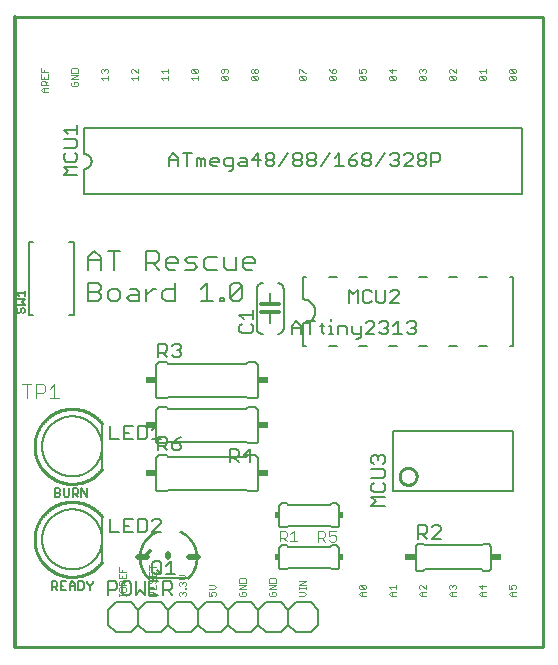
<source format=gto>
G75*
%MOIN*%
%OFA0B0*%
%FSLAX25Y25*%
%IPPOS*%
%LPD*%
%AMOC8*
5,1,8,0,0,1.08239X$1,22.5*
%
%ADD10C,0.01000*%
%ADD11C,0.01200*%
%ADD12C,0.00500*%
%ADD13C,0.00800*%
%ADD14C,0.00600*%
%ADD15C,0.00200*%
%ADD16R,0.03400X0.02400*%
%ADD17C,0.00400*%
%ADD18R,0.01500X0.02000*%
%ADD19C,0.00060*%
%ADD20C,0.02000*%
D10*
X0078676Y0063307D02*
X0254676Y0063307D01*
X0254676Y0273307D01*
X0078676Y0273307D01*
X0107676Y0137807D02*
X0107489Y0138050D01*
X0107297Y0138288D01*
X0107098Y0138521D01*
X0106894Y0138749D01*
X0106685Y0138972D01*
X0106470Y0139190D01*
X0106250Y0139403D01*
X0106025Y0139610D01*
X0105794Y0139812D01*
X0105559Y0140008D01*
X0105319Y0140198D01*
X0105075Y0140382D01*
X0104826Y0140560D01*
X0104572Y0140732D01*
X0104315Y0140898D01*
X0104054Y0141058D01*
X0103789Y0141211D01*
X0103520Y0141357D01*
X0103247Y0141497D01*
X0102972Y0141630D01*
X0102693Y0141756D01*
X0102411Y0141876D01*
X0102126Y0141988D01*
X0101839Y0142093D01*
X0101549Y0142192D01*
X0101257Y0142283D01*
X0100962Y0142367D01*
X0100666Y0142444D01*
X0100368Y0142514D01*
X0100068Y0142576D01*
X0099767Y0142631D01*
X0099465Y0142678D01*
X0099161Y0142718D01*
X0098857Y0142751D01*
X0098552Y0142776D01*
X0098246Y0142794D01*
X0097940Y0142804D01*
X0097634Y0142807D01*
X0097328Y0142802D01*
X0097022Y0142790D01*
X0096716Y0142770D01*
X0096412Y0142743D01*
X0096107Y0142708D01*
X0095804Y0142666D01*
X0095502Y0142617D01*
X0095201Y0142560D01*
X0094902Y0142495D01*
X0094604Y0142424D01*
X0094309Y0142345D01*
X0094015Y0142259D01*
X0093723Y0142166D01*
X0093434Y0142065D01*
X0093147Y0141958D01*
X0092863Y0141843D01*
X0092582Y0141722D01*
X0092304Y0141594D01*
X0092029Y0141459D01*
X0091758Y0141317D01*
X0091490Y0141169D01*
X0091226Y0141014D01*
X0090966Y0140853D01*
X0090710Y0140686D01*
X0090457Y0140512D01*
X0090210Y0140332D01*
X0089966Y0140146D01*
X0089728Y0139955D01*
X0089494Y0139757D01*
X0089265Y0139554D01*
X0089041Y0139345D01*
X0088822Y0139131D01*
X0088609Y0138911D01*
X0088401Y0138687D01*
X0088198Y0138457D01*
X0088002Y0138223D01*
X0087811Y0137983D01*
X0087626Y0137740D01*
X0087447Y0137491D01*
X0087274Y0137239D01*
X0087107Y0136982D01*
X0086947Y0136721D01*
X0086793Y0136456D01*
X0086646Y0136188D01*
X0086505Y0135916D01*
X0086371Y0135641D01*
X0086244Y0135362D01*
X0086123Y0135081D01*
X0086010Y0134796D01*
X0085904Y0134509D01*
X0085804Y0134220D01*
X0085712Y0133928D01*
X0085627Y0133634D01*
X0085549Y0133338D01*
X0085478Y0133040D01*
X0085415Y0132740D01*
X0085359Y0132439D01*
X0085311Y0132137D01*
X0085270Y0131834D01*
X0085236Y0131530D01*
X0085210Y0131225D01*
X0085191Y0130919D01*
X0085180Y0130613D01*
X0085176Y0130307D01*
X0085180Y0130001D01*
X0085191Y0129695D01*
X0085210Y0129389D01*
X0085236Y0129084D01*
X0085270Y0128780D01*
X0085311Y0128477D01*
X0085359Y0128175D01*
X0085415Y0127874D01*
X0085478Y0127574D01*
X0085549Y0127276D01*
X0085627Y0126980D01*
X0085712Y0126686D01*
X0085804Y0126394D01*
X0085904Y0126105D01*
X0086010Y0125818D01*
X0086123Y0125533D01*
X0086244Y0125252D01*
X0086371Y0124973D01*
X0086505Y0124698D01*
X0086646Y0124426D01*
X0086793Y0124158D01*
X0086947Y0123893D01*
X0087107Y0123632D01*
X0087274Y0123375D01*
X0087447Y0123123D01*
X0087626Y0122874D01*
X0087811Y0122631D01*
X0088002Y0122391D01*
X0088198Y0122157D01*
X0088401Y0121927D01*
X0088609Y0121703D01*
X0088822Y0121483D01*
X0089041Y0121269D01*
X0089265Y0121060D01*
X0089494Y0120857D01*
X0089728Y0120659D01*
X0089966Y0120468D01*
X0090210Y0120282D01*
X0090457Y0120102D01*
X0090710Y0119928D01*
X0090966Y0119761D01*
X0091226Y0119600D01*
X0091490Y0119445D01*
X0091758Y0119297D01*
X0092029Y0119155D01*
X0092304Y0119020D01*
X0092582Y0118892D01*
X0092863Y0118771D01*
X0093147Y0118656D01*
X0093434Y0118549D01*
X0093723Y0118448D01*
X0094015Y0118355D01*
X0094309Y0118269D01*
X0094604Y0118190D01*
X0094902Y0118119D01*
X0095201Y0118054D01*
X0095502Y0117997D01*
X0095804Y0117948D01*
X0096107Y0117906D01*
X0096412Y0117871D01*
X0096716Y0117844D01*
X0097022Y0117824D01*
X0097328Y0117812D01*
X0097634Y0117807D01*
X0097940Y0117810D01*
X0098246Y0117820D01*
X0098552Y0117838D01*
X0098857Y0117863D01*
X0099161Y0117896D01*
X0099465Y0117936D01*
X0099767Y0117983D01*
X0100068Y0118038D01*
X0100368Y0118100D01*
X0100666Y0118170D01*
X0100962Y0118247D01*
X0101257Y0118331D01*
X0101549Y0118422D01*
X0101839Y0118521D01*
X0102126Y0118626D01*
X0102411Y0118738D01*
X0102693Y0118858D01*
X0102972Y0118984D01*
X0103247Y0119117D01*
X0103520Y0119257D01*
X0103789Y0119403D01*
X0104054Y0119556D01*
X0104315Y0119716D01*
X0104572Y0119882D01*
X0104826Y0120054D01*
X0105075Y0120232D01*
X0105319Y0120416D01*
X0105559Y0120606D01*
X0105794Y0120802D01*
X0106025Y0121004D01*
X0106250Y0121211D01*
X0106470Y0121424D01*
X0106685Y0121642D01*
X0106894Y0121865D01*
X0107098Y0122093D01*
X0107297Y0122326D01*
X0107489Y0122564D01*
X0107676Y0122807D01*
X0107676Y0106807D02*
X0107489Y0107050D01*
X0107297Y0107288D01*
X0107098Y0107521D01*
X0106894Y0107749D01*
X0106685Y0107972D01*
X0106470Y0108190D01*
X0106250Y0108403D01*
X0106025Y0108610D01*
X0105794Y0108812D01*
X0105559Y0109008D01*
X0105319Y0109198D01*
X0105075Y0109382D01*
X0104826Y0109560D01*
X0104572Y0109732D01*
X0104315Y0109898D01*
X0104054Y0110058D01*
X0103789Y0110211D01*
X0103520Y0110357D01*
X0103247Y0110497D01*
X0102972Y0110630D01*
X0102693Y0110756D01*
X0102411Y0110876D01*
X0102126Y0110988D01*
X0101839Y0111093D01*
X0101549Y0111192D01*
X0101257Y0111283D01*
X0100962Y0111367D01*
X0100666Y0111444D01*
X0100368Y0111514D01*
X0100068Y0111576D01*
X0099767Y0111631D01*
X0099465Y0111678D01*
X0099161Y0111718D01*
X0098857Y0111751D01*
X0098552Y0111776D01*
X0098246Y0111794D01*
X0097940Y0111804D01*
X0097634Y0111807D01*
X0097328Y0111802D01*
X0097022Y0111790D01*
X0096716Y0111770D01*
X0096412Y0111743D01*
X0096107Y0111708D01*
X0095804Y0111666D01*
X0095502Y0111617D01*
X0095201Y0111560D01*
X0094902Y0111495D01*
X0094604Y0111424D01*
X0094309Y0111345D01*
X0094015Y0111259D01*
X0093723Y0111166D01*
X0093434Y0111065D01*
X0093147Y0110958D01*
X0092863Y0110843D01*
X0092582Y0110722D01*
X0092304Y0110594D01*
X0092029Y0110459D01*
X0091758Y0110317D01*
X0091490Y0110169D01*
X0091226Y0110014D01*
X0090966Y0109853D01*
X0090710Y0109686D01*
X0090457Y0109512D01*
X0090210Y0109332D01*
X0089966Y0109146D01*
X0089728Y0108955D01*
X0089494Y0108757D01*
X0089265Y0108554D01*
X0089041Y0108345D01*
X0088822Y0108131D01*
X0088609Y0107911D01*
X0088401Y0107687D01*
X0088198Y0107457D01*
X0088002Y0107223D01*
X0087811Y0106983D01*
X0087626Y0106740D01*
X0087447Y0106491D01*
X0087274Y0106239D01*
X0087107Y0105982D01*
X0086947Y0105721D01*
X0086793Y0105456D01*
X0086646Y0105188D01*
X0086505Y0104916D01*
X0086371Y0104641D01*
X0086244Y0104362D01*
X0086123Y0104081D01*
X0086010Y0103796D01*
X0085904Y0103509D01*
X0085804Y0103220D01*
X0085712Y0102928D01*
X0085627Y0102634D01*
X0085549Y0102338D01*
X0085478Y0102040D01*
X0085415Y0101740D01*
X0085359Y0101439D01*
X0085311Y0101137D01*
X0085270Y0100834D01*
X0085236Y0100530D01*
X0085210Y0100225D01*
X0085191Y0099919D01*
X0085180Y0099613D01*
X0085176Y0099307D01*
X0085180Y0099001D01*
X0085191Y0098695D01*
X0085210Y0098389D01*
X0085236Y0098084D01*
X0085270Y0097780D01*
X0085311Y0097477D01*
X0085359Y0097175D01*
X0085415Y0096874D01*
X0085478Y0096574D01*
X0085549Y0096276D01*
X0085627Y0095980D01*
X0085712Y0095686D01*
X0085804Y0095394D01*
X0085904Y0095105D01*
X0086010Y0094818D01*
X0086123Y0094533D01*
X0086244Y0094252D01*
X0086371Y0093973D01*
X0086505Y0093698D01*
X0086646Y0093426D01*
X0086793Y0093158D01*
X0086947Y0092893D01*
X0087107Y0092632D01*
X0087274Y0092375D01*
X0087447Y0092123D01*
X0087626Y0091874D01*
X0087811Y0091631D01*
X0088002Y0091391D01*
X0088198Y0091157D01*
X0088401Y0090927D01*
X0088609Y0090703D01*
X0088822Y0090483D01*
X0089041Y0090269D01*
X0089265Y0090060D01*
X0089494Y0089857D01*
X0089728Y0089659D01*
X0089966Y0089468D01*
X0090210Y0089282D01*
X0090457Y0089102D01*
X0090710Y0088928D01*
X0090966Y0088761D01*
X0091226Y0088600D01*
X0091490Y0088445D01*
X0091758Y0088297D01*
X0092029Y0088155D01*
X0092304Y0088020D01*
X0092582Y0087892D01*
X0092863Y0087771D01*
X0093147Y0087656D01*
X0093434Y0087549D01*
X0093723Y0087448D01*
X0094015Y0087355D01*
X0094309Y0087269D01*
X0094604Y0087190D01*
X0094902Y0087119D01*
X0095201Y0087054D01*
X0095502Y0086997D01*
X0095804Y0086948D01*
X0096107Y0086906D01*
X0096412Y0086871D01*
X0096716Y0086844D01*
X0097022Y0086824D01*
X0097328Y0086812D01*
X0097634Y0086807D01*
X0097940Y0086810D01*
X0098246Y0086820D01*
X0098552Y0086838D01*
X0098857Y0086863D01*
X0099161Y0086896D01*
X0099465Y0086936D01*
X0099767Y0086983D01*
X0100068Y0087038D01*
X0100368Y0087100D01*
X0100666Y0087170D01*
X0100962Y0087247D01*
X0101257Y0087331D01*
X0101549Y0087422D01*
X0101839Y0087521D01*
X0102126Y0087626D01*
X0102411Y0087738D01*
X0102693Y0087858D01*
X0102972Y0087984D01*
X0103247Y0088117D01*
X0103520Y0088257D01*
X0103789Y0088403D01*
X0104054Y0088556D01*
X0104315Y0088716D01*
X0104572Y0088882D01*
X0104826Y0089054D01*
X0105075Y0089232D01*
X0105319Y0089416D01*
X0105559Y0089606D01*
X0105794Y0089802D01*
X0106025Y0090004D01*
X0106250Y0090211D01*
X0106470Y0090424D01*
X0106685Y0090642D01*
X0106894Y0090865D01*
X0107098Y0091093D01*
X0107297Y0091326D01*
X0107489Y0091564D01*
X0107676Y0091807D01*
X0206848Y0120307D02*
X0206850Y0120413D01*
X0206856Y0120518D01*
X0206866Y0120624D01*
X0206880Y0120728D01*
X0206897Y0120833D01*
X0206919Y0120936D01*
X0206944Y0121039D01*
X0206974Y0121141D01*
X0207007Y0121241D01*
X0207043Y0121340D01*
X0207084Y0121438D01*
X0207128Y0121534D01*
X0207176Y0121628D01*
X0207227Y0121721D01*
X0207281Y0121812D01*
X0207339Y0121900D01*
X0207401Y0121986D01*
X0207465Y0122070D01*
X0207532Y0122152D01*
X0207603Y0122231D01*
X0207676Y0122307D01*
X0207752Y0122380D01*
X0207831Y0122451D01*
X0207913Y0122518D01*
X0207997Y0122582D01*
X0208083Y0122644D01*
X0208171Y0122702D01*
X0208262Y0122756D01*
X0208355Y0122807D01*
X0208449Y0122855D01*
X0208545Y0122899D01*
X0208643Y0122940D01*
X0208742Y0122976D01*
X0208842Y0123009D01*
X0208944Y0123039D01*
X0209047Y0123064D01*
X0209150Y0123086D01*
X0209255Y0123103D01*
X0209359Y0123117D01*
X0209465Y0123127D01*
X0209570Y0123133D01*
X0209676Y0123135D01*
X0209782Y0123133D01*
X0209887Y0123127D01*
X0209993Y0123117D01*
X0210097Y0123103D01*
X0210202Y0123086D01*
X0210305Y0123064D01*
X0210408Y0123039D01*
X0210510Y0123009D01*
X0210610Y0122976D01*
X0210709Y0122940D01*
X0210807Y0122899D01*
X0210903Y0122855D01*
X0210997Y0122807D01*
X0211090Y0122756D01*
X0211181Y0122702D01*
X0211269Y0122644D01*
X0211355Y0122582D01*
X0211439Y0122518D01*
X0211521Y0122451D01*
X0211600Y0122380D01*
X0211676Y0122307D01*
X0211749Y0122231D01*
X0211820Y0122152D01*
X0211887Y0122070D01*
X0211951Y0121986D01*
X0212013Y0121900D01*
X0212071Y0121812D01*
X0212125Y0121721D01*
X0212176Y0121628D01*
X0212224Y0121534D01*
X0212268Y0121438D01*
X0212309Y0121340D01*
X0212345Y0121241D01*
X0212378Y0121141D01*
X0212408Y0121039D01*
X0212433Y0120936D01*
X0212455Y0120833D01*
X0212472Y0120728D01*
X0212486Y0120624D01*
X0212496Y0120518D01*
X0212502Y0120413D01*
X0212504Y0120307D01*
X0212502Y0120201D01*
X0212496Y0120096D01*
X0212486Y0119990D01*
X0212472Y0119886D01*
X0212455Y0119781D01*
X0212433Y0119678D01*
X0212408Y0119575D01*
X0212378Y0119473D01*
X0212345Y0119373D01*
X0212309Y0119274D01*
X0212268Y0119176D01*
X0212224Y0119080D01*
X0212176Y0118986D01*
X0212125Y0118893D01*
X0212071Y0118802D01*
X0212013Y0118714D01*
X0211951Y0118628D01*
X0211887Y0118544D01*
X0211820Y0118462D01*
X0211749Y0118383D01*
X0211676Y0118307D01*
X0211600Y0118234D01*
X0211521Y0118163D01*
X0211439Y0118096D01*
X0211355Y0118032D01*
X0211269Y0117970D01*
X0211181Y0117912D01*
X0211090Y0117858D01*
X0210997Y0117807D01*
X0210903Y0117759D01*
X0210807Y0117715D01*
X0210709Y0117674D01*
X0210610Y0117638D01*
X0210510Y0117605D01*
X0210408Y0117575D01*
X0210305Y0117550D01*
X0210202Y0117528D01*
X0210097Y0117511D01*
X0209993Y0117497D01*
X0209887Y0117487D01*
X0209782Y0117481D01*
X0209676Y0117479D01*
X0209570Y0117481D01*
X0209465Y0117487D01*
X0209359Y0117497D01*
X0209255Y0117511D01*
X0209150Y0117528D01*
X0209047Y0117550D01*
X0208944Y0117575D01*
X0208842Y0117605D01*
X0208742Y0117638D01*
X0208643Y0117674D01*
X0208545Y0117715D01*
X0208449Y0117759D01*
X0208355Y0117807D01*
X0208262Y0117858D01*
X0208171Y0117912D01*
X0208083Y0117970D01*
X0207997Y0118032D01*
X0207913Y0118096D01*
X0207831Y0118163D01*
X0207752Y0118234D01*
X0207676Y0118307D01*
X0207603Y0118383D01*
X0207532Y0118462D01*
X0207465Y0118544D01*
X0207401Y0118628D01*
X0207339Y0118714D01*
X0207281Y0118802D01*
X0207227Y0118893D01*
X0207176Y0118986D01*
X0207128Y0119080D01*
X0207084Y0119176D01*
X0207043Y0119274D01*
X0207007Y0119373D01*
X0206974Y0119473D01*
X0206944Y0119575D01*
X0206919Y0119678D01*
X0206897Y0119781D01*
X0206880Y0119886D01*
X0206866Y0119990D01*
X0206856Y0120096D01*
X0206850Y0120201D01*
X0206848Y0120307D01*
D11*
X0078676Y0063307D02*
X0078676Y0273307D01*
X0160676Y0177607D02*
X0163676Y0177607D01*
X0166676Y0177607D01*
X0166676Y0175107D02*
X0163676Y0175107D01*
X0160676Y0175107D01*
X0123676Y0095307D02*
X0121676Y0093307D01*
D12*
X0121860Y0085261D02*
X0121860Y0080757D01*
X0120358Y0082258D01*
X0118857Y0080757D01*
X0118857Y0085261D01*
X0117256Y0084510D02*
X0116505Y0085261D01*
X0115004Y0085261D01*
X0114253Y0084510D01*
X0114253Y0081508D01*
X0115004Y0080757D01*
X0116505Y0080757D01*
X0117256Y0081508D01*
X0117256Y0084510D01*
X0112652Y0084510D02*
X0112652Y0083009D01*
X0111901Y0082258D01*
X0109649Y0082258D01*
X0109649Y0080757D02*
X0109649Y0085261D01*
X0111901Y0085261D01*
X0112652Y0084510D01*
X0104513Y0084809D02*
X0104513Y0085259D01*
X0104513Y0084809D02*
X0103612Y0083908D01*
X0103612Y0082557D01*
X0103612Y0083908D02*
X0102712Y0084809D01*
X0102712Y0085259D01*
X0101567Y0084809D02*
X0101116Y0085259D01*
X0099765Y0085259D01*
X0099765Y0082557D01*
X0101116Y0082557D01*
X0101567Y0083007D01*
X0101567Y0084809D01*
X0098620Y0084359D02*
X0097719Y0085259D01*
X0096819Y0084359D01*
X0096819Y0082557D01*
X0095674Y0082557D02*
X0093872Y0082557D01*
X0093872Y0085259D01*
X0095674Y0085259D01*
X0094773Y0083908D02*
X0093872Y0083908D01*
X0092727Y0083908D02*
X0092277Y0083458D01*
X0090926Y0083458D01*
X0091826Y0083458D02*
X0092727Y0082557D01*
X0092727Y0083908D02*
X0092727Y0084809D01*
X0092277Y0085259D01*
X0090926Y0085259D01*
X0090926Y0082557D01*
X0096819Y0083908D02*
X0098620Y0083908D01*
X0098620Y0084359D02*
X0098620Y0082557D01*
X0110426Y0101657D02*
X0113428Y0101657D01*
X0115030Y0101657D02*
X0118032Y0101657D01*
X0119633Y0101657D02*
X0121885Y0101657D01*
X0122636Y0102408D01*
X0122636Y0105410D01*
X0121885Y0106161D01*
X0119633Y0106161D01*
X0119633Y0101657D01*
X0116531Y0103909D02*
X0115030Y0103909D01*
X0115030Y0106161D02*
X0115030Y0101657D01*
X0115030Y0106161D02*
X0118032Y0106161D01*
X0124237Y0105410D02*
X0124988Y0106161D01*
X0126489Y0106161D01*
X0127240Y0105410D01*
X0127240Y0104660D01*
X0124237Y0101657D01*
X0127240Y0101657D01*
X0126464Y0085261D02*
X0123461Y0085261D01*
X0123461Y0080757D01*
X0126464Y0080757D01*
X0128065Y0080757D02*
X0128065Y0085261D01*
X0130317Y0085261D01*
X0131067Y0084510D01*
X0131067Y0083009D01*
X0130317Y0082258D01*
X0128065Y0082258D01*
X0129566Y0082258D02*
X0131067Y0080757D01*
X0124962Y0083009D02*
X0123461Y0083009D01*
X0110426Y0101657D02*
X0110426Y0106161D01*
X0102567Y0113557D02*
X0102567Y0116259D01*
X0100765Y0116259D02*
X0102567Y0113557D01*
X0100765Y0113557D02*
X0100765Y0116259D01*
X0099620Y0115809D02*
X0099620Y0114908D01*
X0099170Y0114458D01*
X0097819Y0114458D01*
X0098719Y0114458D02*
X0099620Y0113557D01*
X0097819Y0113557D02*
X0097819Y0116259D01*
X0099170Y0116259D01*
X0099620Y0115809D01*
X0096674Y0116259D02*
X0096674Y0114007D01*
X0096223Y0113557D01*
X0095322Y0113557D01*
X0094872Y0114007D01*
X0094872Y0116259D01*
X0093727Y0115809D02*
X0093727Y0115359D01*
X0093277Y0114908D01*
X0091926Y0114908D01*
X0093277Y0114908D02*
X0093727Y0114458D01*
X0093727Y0114007D01*
X0093277Y0113557D01*
X0091926Y0113557D01*
X0091926Y0116259D01*
X0093277Y0116259D01*
X0093727Y0115809D01*
X0110426Y0132657D02*
X0113428Y0132657D01*
X0115030Y0132657D02*
X0115030Y0137161D01*
X0118032Y0137161D01*
X0119633Y0137161D02*
X0121885Y0137161D01*
X0122636Y0136410D01*
X0122636Y0133408D01*
X0121885Y0132657D01*
X0119633Y0132657D01*
X0119633Y0137161D01*
X0116531Y0134909D02*
X0115030Y0134909D01*
X0115030Y0132657D02*
X0118032Y0132657D01*
X0124237Y0132657D02*
X0127240Y0132657D01*
X0126426Y0133561D02*
X0128678Y0133561D01*
X0129428Y0132810D01*
X0129428Y0131309D01*
X0128678Y0130558D01*
X0126426Y0130558D01*
X0127927Y0130558D02*
X0129428Y0129057D01*
X0131030Y0129808D02*
X0131780Y0129057D01*
X0133281Y0129057D01*
X0134032Y0129808D01*
X0134032Y0130558D01*
X0133281Y0131309D01*
X0131030Y0131309D01*
X0131030Y0129808D01*
X0131030Y0131309D02*
X0132531Y0132810D01*
X0134032Y0133561D01*
X0126426Y0133561D02*
X0126426Y0129057D01*
X0125739Y0132657D02*
X0125739Y0137161D01*
X0124237Y0135660D01*
X0110426Y0137161D02*
X0110426Y0132657D01*
X0126426Y0160057D02*
X0126426Y0164561D01*
X0128678Y0164561D01*
X0129428Y0163810D01*
X0129428Y0162309D01*
X0128678Y0161558D01*
X0126426Y0161558D01*
X0127927Y0161558D02*
X0129428Y0160057D01*
X0131030Y0160808D02*
X0131780Y0160057D01*
X0133281Y0160057D01*
X0134032Y0160808D01*
X0134032Y0161558D01*
X0133281Y0162309D01*
X0132531Y0162309D01*
X0133281Y0162309D02*
X0134032Y0163060D01*
X0134032Y0163810D01*
X0133281Y0164561D01*
X0131780Y0164561D01*
X0131030Y0163810D01*
X0153422Y0168808D02*
X0154172Y0168057D01*
X0157175Y0168057D01*
X0157926Y0168808D01*
X0157926Y0170309D01*
X0157175Y0171060D01*
X0157926Y0172661D02*
X0157926Y0175664D01*
X0157926Y0174162D02*
X0153422Y0174162D01*
X0154923Y0172661D01*
X0154172Y0171060D02*
X0153422Y0170309D01*
X0153422Y0168808D01*
X0189926Y0178057D02*
X0189926Y0182561D01*
X0191427Y0181060D01*
X0192928Y0182561D01*
X0192928Y0178057D01*
X0194530Y0178808D02*
X0195280Y0178057D01*
X0196781Y0178057D01*
X0197532Y0178808D01*
X0199133Y0178808D02*
X0199884Y0178057D01*
X0201385Y0178057D01*
X0202136Y0178808D01*
X0202136Y0182561D01*
X0203737Y0181810D02*
X0204488Y0182561D01*
X0205989Y0182561D01*
X0206740Y0181810D01*
X0206740Y0181060D01*
X0203737Y0178057D01*
X0206740Y0178057D01*
X0199133Y0178808D02*
X0199133Y0182561D01*
X0197532Y0181810D02*
X0196781Y0182561D01*
X0195280Y0182561D01*
X0194530Y0181810D01*
X0194530Y0178808D01*
X0157074Y0129561D02*
X0154822Y0127309D01*
X0157824Y0127309D01*
X0157074Y0125057D02*
X0157074Y0129561D01*
X0153220Y0128810D02*
X0153220Y0127309D01*
X0152470Y0126558D01*
X0150218Y0126558D01*
X0150218Y0125057D02*
X0150218Y0129561D01*
X0152470Y0129561D01*
X0153220Y0128810D01*
X0151719Y0126558D02*
X0153220Y0125057D01*
X0197422Y0125120D02*
X0197422Y0126621D01*
X0198172Y0127371D01*
X0198923Y0127371D01*
X0199674Y0126621D01*
X0200424Y0127371D01*
X0201175Y0127371D01*
X0201926Y0126621D01*
X0201926Y0125120D01*
X0201175Y0124369D01*
X0201175Y0122767D02*
X0197422Y0122767D01*
X0198172Y0124369D02*
X0197422Y0125120D01*
X0199674Y0125870D02*
X0199674Y0126621D01*
X0201175Y0122767D02*
X0201926Y0122017D01*
X0201926Y0120516D01*
X0201175Y0119765D01*
X0197422Y0119765D01*
X0198172Y0118164D02*
X0197422Y0117413D01*
X0197422Y0115912D01*
X0198172Y0115161D01*
X0201175Y0115161D01*
X0201926Y0115912D01*
X0201926Y0117413D01*
X0201175Y0118164D01*
X0201926Y0113560D02*
X0197422Y0113560D01*
X0198923Y0112058D01*
X0197422Y0110557D01*
X0201926Y0110557D01*
X0212926Y0104061D02*
X0212926Y0099557D01*
X0212926Y0101058D02*
X0215178Y0101058D01*
X0215928Y0101809D01*
X0215928Y0103310D01*
X0215178Y0104061D01*
X0212926Y0104061D01*
X0214427Y0101058D02*
X0215928Y0099557D01*
X0217530Y0099557D02*
X0220532Y0102560D01*
X0220532Y0103310D01*
X0219781Y0104061D01*
X0218280Y0104061D01*
X0217530Y0103310D01*
X0217530Y0099557D02*
X0220532Y0099557D01*
X0098156Y0174102D02*
X0098156Y0198512D01*
X0096581Y0198512D01*
X0084770Y0198512D02*
X0083195Y0198512D01*
X0083195Y0174102D01*
X0084770Y0174102D01*
X0096581Y0174102D02*
X0098156Y0174102D01*
D13*
X0103076Y0178707D02*
X0106178Y0178707D01*
X0107212Y0179741D01*
X0107212Y0180776D01*
X0106178Y0181810D01*
X0103076Y0181810D01*
X0106178Y0181810D02*
X0107212Y0182844D01*
X0107212Y0183878D01*
X0106178Y0184912D01*
X0103076Y0184912D01*
X0103076Y0178707D01*
X0109521Y0179741D02*
X0110555Y0178707D01*
X0112624Y0178707D01*
X0113658Y0179741D01*
X0113658Y0181810D01*
X0112624Y0182844D01*
X0110555Y0182844D01*
X0109521Y0181810D01*
X0109521Y0179741D01*
X0115967Y0179741D02*
X0117001Y0180776D01*
X0120103Y0180776D01*
X0120103Y0181810D02*
X0120103Y0178707D01*
X0117001Y0178707D01*
X0115967Y0179741D01*
X0117001Y0182844D02*
X0119069Y0182844D01*
X0120103Y0181810D01*
X0122412Y0182844D02*
X0122412Y0178707D01*
X0122412Y0180776D02*
X0124481Y0182844D01*
X0125515Y0182844D01*
X0127783Y0181810D02*
X0127783Y0179741D01*
X0128818Y0178707D01*
X0131920Y0178707D01*
X0131920Y0184912D01*
X0131920Y0182844D02*
X0128818Y0182844D01*
X0127783Y0181810D01*
X0126549Y0189207D02*
X0124481Y0191276D01*
X0125515Y0191276D02*
X0122412Y0191276D01*
X0122412Y0189207D02*
X0122412Y0195412D01*
X0125515Y0195412D01*
X0126549Y0194378D01*
X0126549Y0192310D01*
X0125515Y0191276D01*
X0128858Y0191276D02*
X0132994Y0191276D01*
X0132994Y0192310D01*
X0131960Y0193344D01*
X0129892Y0193344D01*
X0128858Y0192310D01*
X0128858Y0190241D01*
X0129892Y0189207D01*
X0131960Y0189207D01*
X0135303Y0189207D02*
X0138406Y0189207D01*
X0139440Y0190241D01*
X0138406Y0191276D01*
X0136337Y0191276D01*
X0135303Y0192310D01*
X0136337Y0193344D01*
X0139440Y0193344D01*
X0141749Y0192310D02*
X0141749Y0190241D01*
X0142783Y0189207D01*
X0145885Y0189207D01*
X0148194Y0190241D02*
X0149228Y0189207D01*
X0152331Y0189207D01*
X0152331Y0193344D01*
X0154640Y0192310D02*
X0155674Y0193344D01*
X0157742Y0193344D01*
X0158776Y0192310D01*
X0158776Y0191276D01*
X0154640Y0191276D01*
X0154640Y0192310D02*
X0154640Y0190241D01*
X0155674Y0189207D01*
X0157742Y0189207D01*
X0153445Y0184912D02*
X0154479Y0183878D01*
X0150343Y0179741D01*
X0151377Y0178707D01*
X0153445Y0178707D01*
X0154479Y0179741D01*
X0154479Y0183878D01*
X0153445Y0184912D02*
X0151377Y0184912D01*
X0150343Y0183878D01*
X0150343Y0179741D01*
X0148154Y0179741D02*
X0148154Y0178707D01*
X0147120Y0178707D01*
X0147120Y0179741D01*
X0148154Y0179741D01*
X0144811Y0178707D02*
X0140674Y0178707D01*
X0142743Y0178707D02*
X0142743Y0184912D01*
X0140674Y0182844D01*
X0141749Y0192310D02*
X0142783Y0193344D01*
X0145885Y0193344D01*
X0148194Y0193344D02*
X0148194Y0190241D01*
X0174676Y0186807D02*
X0174676Y0179307D01*
X0174802Y0179305D01*
X0174927Y0179299D01*
X0175052Y0179289D01*
X0175177Y0179275D01*
X0175302Y0179258D01*
X0175426Y0179236D01*
X0175549Y0179211D01*
X0175671Y0179181D01*
X0175792Y0179148D01*
X0175912Y0179111D01*
X0176031Y0179071D01*
X0176148Y0179026D01*
X0176265Y0178978D01*
X0176379Y0178926D01*
X0176492Y0178871D01*
X0176603Y0178812D01*
X0176712Y0178750D01*
X0176819Y0178684D01*
X0176924Y0178615D01*
X0177027Y0178543D01*
X0177128Y0178468D01*
X0177226Y0178389D01*
X0177321Y0178307D01*
X0177414Y0178223D01*
X0177504Y0178135D01*
X0177592Y0178045D01*
X0177676Y0177952D01*
X0177758Y0177857D01*
X0177837Y0177759D01*
X0177912Y0177658D01*
X0177984Y0177555D01*
X0178053Y0177450D01*
X0178119Y0177343D01*
X0178181Y0177234D01*
X0178240Y0177123D01*
X0178295Y0177010D01*
X0178347Y0176896D01*
X0178395Y0176779D01*
X0178440Y0176662D01*
X0178480Y0176543D01*
X0178517Y0176423D01*
X0178550Y0176302D01*
X0178580Y0176180D01*
X0178605Y0176057D01*
X0178627Y0175933D01*
X0178644Y0175808D01*
X0178658Y0175683D01*
X0178668Y0175558D01*
X0178674Y0175433D01*
X0178676Y0175307D01*
X0178674Y0175181D01*
X0178668Y0175056D01*
X0178658Y0174931D01*
X0178644Y0174806D01*
X0178627Y0174681D01*
X0178605Y0174557D01*
X0178580Y0174434D01*
X0178550Y0174312D01*
X0178517Y0174191D01*
X0178480Y0174071D01*
X0178440Y0173952D01*
X0178395Y0173835D01*
X0178347Y0173718D01*
X0178295Y0173604D01*
X0178240Y0173491D01*
X0178181Y0173380D01*
X0178119Y0173271D01*
X0178053Y0173164D01*
X0177984Y0173059D01*
X0177912Y0172956D01*
X0177837Y0172855D01*
X0177758Y0172757D01*
X0177676Y0172662D01*
X0177592Y0172569D01*
X0177504Y0172479D01*
X0177414Y0172391D01*
X0177321Y0172307D01*
X0177226Y0172225D01*
X0177128Y0172146D01*
X0177027Y0172071D01*
X0176924Y0171999D01*
X0176819Y0171930D01*
X0176712Y0171864D01*
X0176603Y0171802D01*
X0176492Y0171743D01*
X0176379Y0171688D01*
X0176265Y0171636D01*
X0176148Y0171588D01*
X0176031Y0171543D01*
X0175912Y0171503D01*
X0175792Y0171466D01*
X0175671Y0171433D01*
X0175549Y0171403D01*
X0175426Y0171378D01*
X0175302Y0171356D01*
X0175177Y0171339D01*
X0175052Y0171325D01*
X0174927Y0171315D01*
X0174802Y0171309D01*
X0174676Y0171307D01*
X0174676Y0163807D01*
X0175676Y0163807D01*
X0183376Y0163807D02*
X0185976Y0163807D01*
X0193376Y0163807D02*
X0195976Y0163807D01*
X0203376Y0163807D02*
X0205976Y0163807D01*
X0213376Y0163807D02*
X0215976Y0163807D01*
X0223376Y0163807D02*
X0225976Y0163807D01*
X0233376Y0163807D02*
X0235976Y0163807D01*
X0243676Y0163807D02*
X0244676Y0163807D01*
X0244676Y0186807D01*
X0243676Y0186807D01*
X0235976Y0186807D02*
X0233376Y0186807D01*
X0225976Y0186807D02*
X0223376Y0186807D01*
X0215976Y0186807D02*
X0213376Y0186807D01*
X0205976Y0186807D02*
X0203376Y0186807D01*
X0195976Y0186807D02*
X0193376Y0186807D01*
X0185976Y0186807D02*
X0183376Y0186807D01*
X0175676Y0186807D02*
X0174676Y0186807D01*
X0204676Y0135307D02*
X0204676Y0119307D01*
X0204676Y0121307D01*
X0204676Y0119307D02*
X0204676Y0115307D01*
X0244676Y0115307D01*
X0244676Y0135307D01*
X0204676Y0135307D01*
X0111590Y0189207D02*
X0111590Y0195412D01*
X0113658Y0195412D02*
X0109521Y0195412D01*
X0107212Y0193344D02*
X0107212Y0189207D01*
X0107212Y0192310D02*
X0103076Y0192310D01*
X0103076Y0193344D02*
X0103076Y0189207D01*
X0103076Y0193344D02*
X0105144Y0195412D01*
X0107212Y0193344D01*
X0107676Y0137807D02*
X0107676Y0122807D01*
X0107676Y0106807D02*
X0107676Y0091807D01*
D14*
X0087676Y0099307D02*
X0087679Y0099552D01*
X0087688Y0099798D01*
X0087703Y0100043D01*
X0087724Y0100287D01*
X0087751Y0100531D01*
X0087784Y0100774D01*
X0087823Y0101017D01*
X0087868Y0101258D01*
X0087919Y0101498D01*
X0087976Y0101737D01*
X0088038Y0101974D01*
X0088107Y0102210D01*
X0088181Y0102444D01*
X0088261Y0102676D01*
X0088346Y0102906D01*
X0088437Y0103134D01*
X0088534Y0103359D01*
X0088636Y0103583D01*
X0088744Y0103803D01*
X0088857Y0104021D01*
X0088975Y0104236D01*
X0089099Y0104448D01*
X0089227Y0104657D01*
X0089361Y0104863D01*
X0089500Y0105065D01*
X0089644Y0105264D01*
X0089793Y0105459D01*
X0089946Y0105651D01*
X0090104Y0105839D01*
X0090266Y0106023D01*
X0090434Y0106202D01*
X0090605Y0106378D01*
X0090781Y0106549D01*
X0090960Y0106717D01*
X0091144Y0106879D01*
X0091332Y0107037D01*
X0091524Y0107190D01*
X0091719Y0107339D01*
X0091918Y0107483D01*
X0092120Y0107622D01*
X0092326Y0107756D01*
X0092535Y0107884D01*
X0092747Y0108008D01*
X0092962Y0108126D01*
X0093180Y0108239D01*
X0093400Y0108347D01*
X0093624Y0108449D01*
X0093849Y0108546D01*
X0094077Y0108637D01*
X0094307Y0108722D01*
X0094539Y0108802D01*
X0094773Y0108876D01*
X0095009Y0108945D01*
X0095246Y0109007D01*
X0095485Y0109064D01*
X0095725Y0109115D01*
X0095966Y0109160D01*
X0096209Y0109199D01*
X0096452Y0109232D01*
X0096696Y0109259D01*
X0096940Y0109280D01*
X0097185Y0109295D01*
X0097431Y0109304D01*
X0097676Y0109307D01*
X0097921Y0109304D01*
X0098167Y0109295D01*
X0098412Y0109280D01*
X0098656Y0109259D01*
X0098900Y0109232D01*
X0099143Y0109199D01*
X0099386Y0109160D01*
X0099627Y0109115D01*
X0099867Y0109064D01*
X0100106Y0109007D01*
X0100343Y0108945D01*
X0100579Y0108876D01*
X0100813Y0108802D01*
X0101045Y0108722D01*
X0101275Y0108637D01*
X0101503Y0108546D01*
X0101728Y0108449D01*
X0101952Y0108347D01*
X0102172Y0108239D01*
X0102390Y0108126D01*
X0102605Y0108008D01*
X0102817Y0107884D01*
X0103026Y0107756D01*
X0103232Y0107622D01*
X0103434Y0107483D01*
X0103633Y0107339D01*
X0103828Y0107190D01*
X0104020Y0107037D01*
X0104208Y0106879D01*
X0104392Y0106717D01*
X0104571Y0106549D01*
X0104747Y0106378D01*
X0104918Y0106202D01*
X0105086Y0106023D01*
X0105248Y0105839D01*
X0105406Y0105651D01*
X0105559Y0105459D01*
X0105708Y0105264D01*
X0105852Y0105065D01*
X0105991Y0104863D01*
X0106125Y0104657D01*
X0106253Y0104448D01*
X0106377Y0104236D01*
X0106495Y0104021D01*
X0106608Y0103803D01*
X0106716Y0103583D01*
X0106818Y0103359D01*
X0106915Y0103134D01*
X0107006Y0102906D01*
X0107091Y0102676D01*
X0107171Y0102444D01*
X0107245Y0102210D01*
X0107314Y0101974D01*
X0107376Y0101737D01*
X0107433Y0101498D01*
X0107484Y0101258D01*
X0107529Y0101017D01*
X0107568Y0100774D01*
X0107601Y0100531D01*
X0107628Y0100287D01*
X0107649Y0100043D01*
X0107664Y0099798D01*
X0107673Y0099552D01*
X0107676Y0099307D01*
X0107673Y0099062D01*
X0107664Y0098816D01*
X0107649Y0098571D01*
X0107628Y0098327D01*
X0107601Y0098083D01*
X0107568Y0097840D01*
X0107529Y0097597D01*
X0107484Y0097356D01*
X0107433Y0097116D01*
X0107376Y0096877D01*
X0107314Y0096640D01*
X0107245Y0096404D01*
X0107171Y0096170D01*
X0107091Y0095938D01*
X0107006Y0095708D01*
X0106915Y0095480D01*
X0106818Y0095255D01*
X0106716Y0095031D01*
X0106608Y0094811D01*
X0106495Y0094593D01*
X0106377Y0094378D01*
X0106253Y0094166D01*
X0106125Y0093957D01*
X0105991Y0093751D01*
X0105852Y0093549D01*
X0105708Y0093350D01*
X0105559Y0093155D01*
X0105406Y0092963D01*
X0105248Y0092775D01*
X0105086Y0092591D01*
X0104918Y0092412D01*
X0104747Y0092236D01*
X0104571Y0092065D01*
X0104392Y0091897D01*
X0104208Y0091735D01*
X0104020Y0091577D01*
X0103828Y0091424D01*
X0103633Y0091275D01*
X0103434Y0091131D01*
X0103232Y0090992D01*
X0103026Y0090858D01*
X0102817Y0090730D01*
X0102605Y0090606D01*
X0102390Y0090488D01*
X0102172Y0090375D01*
X0101952Y0090267D01*
X0101728Y0090165D01*
X0101503Y0090068D01*
X0101275Y0089977D01*
X0101045Y0089892D01*
X0100813Y0089812D01*
X0100579Y0089738D01*
X0100343Y0089669D01*
X0100106Y0089607D01*
X0099867Y0089550D01*
X0099627Y0089499D01*
X0099386Y0089454D01*
X0099143Y0089415D01*
X0098900Y0089382D01*
X0098656Y0089355D01*
X0098412Y0089334D01*
X0098167Y0089319D01*
X0097921Y0089310D01*
X0097676Y0089307D01*
X0097431Y0089310D01*
X0097185Y0089319D01*
X0096940Y0089334D01*
X0096696Y0089355D01*
X0096452Y0089382D01*
X0096209Y0089415D01*
X0095966Y0089454D01*
X0095725Y0089499D01*
X0095485Y0089550D01*
X0095246Y0089607D01*
X0095009Y0089669D01*
X0094773Y0089738D01*
X0094539Y0089812D01*
X0094307Y0089892D01*
X0094077Y0089977D01*
X0093849Y0090068D01*
X0093624Y0090165D01*
X0093400Y0090267D01*
X0093180Y0090375D01*
X0092962Y0090488D01*
X0092747Y0090606D01*
X0092535Y0090730D01*
X0092326Y0090858D01*
X0092120Y0090992D01*
X0091918Y0091131D01*
X0091719Y0091275D01*
X0091524Y0091424D01*
X0091332Y0091577D01*
X0091144Y0091735D01*
X0090960Y0091897D01*
X0090781Y0092065D01*
X0090605Y0092236D01*
X0090434Y0092412D01*
X0090266Y0092591D01*
X0090104Y0092775D01*
X0089946Y0092963D01*
X0089793Y0093155D01*
X0089644Y0093350D01*
X0089500Y0093549D01*
X0089361Y0093751D01*
X0089227Y0093957D01*
X0089099Y0094166D01*
X0088975Y0094378D01*
X0088857Y0094593D01*
X0088744Y0094811D01*
X0088636Y0095031D01*
X0088534Y0095255D01*
X0088437Y0095480D01*
X0088346Y0095708D01*
X0088261Y0095938D01*
X0088181Y0096170D01*
X0088107Y0096404D01*
X0088038Y0096640D01*
X0087976Y0096877D01*
X0087919Y0097116D01*
X0087868Y0097356D01*
X0087823Y0097597D01*
X0087784Y0097840D01*
X0087751Y0098083D01*
X0087724Y0098327D01*
X0087703Y0098571D01*
X0087688Y0098816D01*
X0087679Y0099062D01*
X0087676Y0099307D01*
X0109699Y0075807D02*
X0112199Y0078307D01*
X0117199Y0078307D01*
X0119699Y0075807D01*
X0122199Y0078307D01*
X0127199Y0078307D01*
X0129699Y0075807D01*
X0129699Y0070807D01*
X0127199Y0068307D01*
X0122199Y0068307D01*
X0119699Y0070807D01*
X0117199Y0068307D01*
X0112199Y0068307D01*
X0109699Y0070807D01*
X0109699Y0075807D01*
X0119699Y0075807D02*
X0119699Y0070807D01*
X0129699Y0070807D02*
X0132199Y0068307D01*
X0137199Y0068307D01*
X0139699Y0070807D01*
X0142199Y0068307D01*
X0147199Y0068307D01*
X0149699Y0070807D01*
X0152199Y0068307D01*
X0157199Y0068307D01*
X0159699Y0070807D01*
X0159699Y0075807D01*
X0157199Y0078307D01*
X0152199Y0078307D01*
X0149699Y0075807D01*
X0149699Y0070807D01*
X0149699Y0075807D02*
X0147199Y0078307D01*
X0142199Y0078307D01*
X0139699Y0075807D01*
X0139699Y0070807D01*
X0139699Y0075807D02*
X0137199Y0078307D01*
X0132199Y0078307D01*
X0129699Y0075807D01*
X0129080Y0087607D02*
X0132015Y0087607D01*
X0130547Y0087607D02*
X0130547Y0092011D01*
X0129080Y0090543D01*
X0127411Y0091277D02*
X0127411Y0088341D01*
X0126677Y0087607D01*
X0125210Y0087607D01*
X0124476Y0088341D01*
X0124476Y0091277D01*
X0125210Y0092011D01*
X0126677Y0092011D01*
X0127411Y0091277D01*
X0125944Y0089075D02*
X0127411Y0087607D01*
X0123254Y0086307D02*
X0136097Y0086307D01*
X0159699Y0075807D02*
X0162199Y0078307D01*
X0167199Y0078307D01*
X0169699Y0075807D01*
X0172199Y0078307D01*
X0177199Y0078307D01*
X0179699Y0075807D01*
X0179699Y0070807D01*
X0177199Y0068307D01*
X0172199Y0068307D01*
X0169699Y0070807D01*
X0167199Y0068307D01*
X0162199Y0068307D01*
X0159699Y0070807D01*
X0169699Y0070807D02*
X0169699Y0075807D01*
X0169176Y0089307D02*
X0167676Y0089307D01*
X0167616Y0089309D01*
X0167555Y0089314D01*
X0167496Y0089323D01*
X0167437Y0089336D01*
X0167378Y0089352D01*
X0167321Y0089372D01*
X0167266Y0089395D01*
X0167211Y0089422D01*
X0167159Y0089451D01*
X0167108Y0089484D01*
X0167059Y0089520D01*
X0167013Y0089558D01*
X0166969Y0089600D01*
X0166927Y0089644D01*
X0166889Y0089690D01*
X0166853Y0089739D01*
X0166820Y0089790D01*
X0166791Y0089842D01*
X0166764Y0089897D01*
X0166741Y0089952D01*
X0166721Y0090009D01*
X0166705Y0090068D01*
X0166692Y0090127D01*
X0166683Y0090186D01*
X0166678Y0090247D01*
X0166676Y0090307D01*
X0166676Y0096307D01*
X0166678Y0096367D01*
X0166683Y0096428D01*
X0166692Y0096487D01*
X0166705Y0096546D01*
X0166721Y0096605D01*
X0166741Y0096662D01*
X0166764Y0096717D01*
X0166791Y0096772D01*
X0166820Y0096824D01*
X0166853Y0096875D01*
X0166889Y0096924D01*
X0166927Y0096970D01*
X0166969Y0097014D01*
X0167013Y0097056D01*
X0167059Y0097094D01*
X0167108Y0097130D01*
X0167159Y0097163D01*
X0167211Y0097192D01*
X0167266Y0097219D01*
X0167321Y0097242D01*
X0167378Y0097262D01*
X0167437Y0097278D01*
X0167496Y0097291D01*
X0167555Y0097300D01*
X0167616Y0097305D01*
X0167676Y0097307D01*
X0169176Y0097307D01*
X0169676Y0096807D01*
X0183676Y0096807D01*
X0184176Y0097307D01*
X0185676Y0097307D01*
X0185736Y0097305D01*
X0185797Y0097300D01*
X0185856Y0097291D01*
X0185915Y0097278D01*
X0185974Y0097262D01*
X0186031Y0097242D01*
X0186086Y0097219D01*
X0186141Y0097192D01*
X0186193Y0097163D01*
X0186244Y0097130D01*
X0186293Y0097094D01*
X0186339Y0097056D01*
X0186383Y0097014D01*
X0186425Y0096970D01*
X0186463Y0096924D01*
X0186499Y0096875D01*
X0186532Y0096824D01*
X0186561Y0096772D01*
X0186588Y0096717D01*
X0186611Y0096662D01*
X0186631Y0096605D01*
X0186647Y0096546D01*
X0186660Y0096487D01*
X0186669Y0096428D01*
X0186674Y0096367D01*
X0186676Y0096307D01*
X0186676Y0090307D01*
X0186674Y0090247D01*
X0186669Y0090186D01*
X0186660Y0090127D01*
X0186647Y0090068D01*
X0186631Y0090009D01*
X0186611Y0089952D01*
X0186588Y0089897D01*
X0186561Y0089842D01*
X0186532Y0089790D01*
X0186499Y0089739D01*
X0186463Y0089690D01*
X0186425Y0089644D01*
X0186383Y0089600D01*
X0186339Y0089558D01*
X0186293Y0089520D01*
X0186244Y0089484D01*
X0186193Y0089451D01*
X0186141Y0089422D01*
X0186086Y0089395D01*
X0186031Y0089372D01*
X0185974Y0089352D01*
X0185915Y0089336D01*
X0185856Y0089323D01*
X0185797Y0089314D01*
X0185736Y0089309D01*
X0185676Y0089307D01*
X0184176Y0089307D01*
X0183676Y0089807D01*
X0169676Y0089807D01*
X0169176Y0089307D01*
X0169176Y0103307D02*
X0167676Y0103307D01*
X0167616Y0103309D01*
X0167555Y0103314D01*
X0167496Y0103323D01*
X0167437Y0103336D01*
X0167378Y0103352D01*
X0167321Y0103372D01*
X0167266Y0103395D01*
X0167211Y0103422D01*
X0167159Y0103451D01*
X0167108Y0103484D01*
X0167059Y0103520D01*
X0167013Y0103558D01*
X0166969Y0103600D01*
X0166927Y0103644D01*
X0166889Y0103690D01*
X0166853Y0103739D01*
X0166820Y0103790D01*
X0166791Y0103842D01*
X0166764Y0103897D01*
X0166741Y0103952D01*
X0166721Y0104009D01*
X0166705Y0104068D01*
X0166692Y0104127D01*
X0166683Y0104186D01*
X0166678Y0104247D01*
X0166676Y0104307D01*
X0166676Y0110307D01*
X0166678Y0110367D01*
X0166683Y0110428D01*
X0166692Y0110487D01*
X0166705Y0110546D01*
X0166721Y0110605D01*
X0166741Y0110662D01*
X0166764Y0110717D01*
X0166791Y0110772D01*
X0166820Y0110824D01*
X0166853Y0110875D01*
X0166889Y0110924D01*
X0166927Y0110970D01*
X0166969Y0111014D01*
X0167013Y0111056D01*
X0167059Y0111094D01*
X0167108Y0111130D01*
X0167159Y0111163D01*
X0167211Y0111192D01*
X0167266Y0111219D01*
X0167321Y0111242D01*
X0167378Y0111262D01*
X0167437Y0111278D01*
X0167496Y0111291D01*
X0167555Y0111300D01*
X0167616Y0111305D01*
X0167676Y0111307D01*
X0169176Y0111307D01*
X0169676Y0110807D01*
X0183676Y0110807D01*
X0184176Y0111307D01*
X0185676Y0111307D01*
X0185736Y0111305D01*
X0185797Y0111300D01*
X0185856Y0111291D01*
X0185915Y0111278D01*
X0185974Y0111262D01*
X0186031Y0111242D01*
X0186086Y0111219D01*
X0186141Y0111192D01*
X0186193Y0111163D01*
X0186244Y0111130D01*
X0186293Y0111094D01*
X0186339Y0111056D01*
X0186383Y0111014D01*
X0186425Y0110970D01*
X0186463Y0110924D01*
X0186499Y0110875D01*
X0186532Y0110824D01*
X0186561Y0110772D01*
X0186588Y0110717D01*
X0186611Y0110662D01*
X0186631Y0110605D01*
X0186647Y0110546D01*
X0186660Y0110487D01*
X0186669Y0110428D01*
X0186674Y0110367D01*
X0186676Y0110307D01*
X0186676Y0104307D01*
X0186674Y0104247D01*
X0186669Y0104186D01*
X0186660Y0104127D01*
X0186647Y0104068D01*
X0186631Y0104009D01*
X0186611Y0103952D01*
X0186588Y0103897D01*
X0186561Y0103842D01*
X0186532Y0103790D01*
X0186499Y0103739D01*
X0186463Y0103690D01*
X0186425Y0103644D01*
X0186383Y0103600D01*
X0186339Y0103558D01*
X0186293Y0103520D01*
X0186244Y0103484D01*
X0186193Y0103451D01*
X0186141Y0103422D01*
X0186086Y0103395D01*
X0186031Y0103372D01*
X0185974Y0103352D01*
X0185915Y0103336D01*
X0185856Y0103323D01*
X0185797Y0103314D01*
X0185736Y0103309D01*
X0185676Y0103307D01*
X0184176Y0103307D01*
X0183676Y0103807D01*
X0169676Y0103807D01*
X0169176Y0103307D01*
X0158676Y0115307D02*
X0156176Y0115307D01*
X0155676Y0115807D01*
X0129676Y0115807D01*
X0129176Y0115307D01*
X0126676Y0115307D01*
X0126616Y0115309D01*
X0126555Y0115314D01*
X0126496Y0115323D01*
X0126437Y0115336D01*
X0126378Y0115352D01*
X0126321Y0115372D01*
X0126266Y0115395D01*
X0126211Y0115422D01*
X0126159Y0115451D01*
X0126108Y0115484D01*
X0126059Y0115520D01*
X0126013Y0115558D01*
X0125969Y0115600D01*
X0125927Y0115644D01*
X0125889Y0115690D01*
X0125853Y0115739D01*
X0125820Y0115790D01*
X0125791Y0115842D01*
X0125764Y0115897D01*
X0125741Y0115952D01*
X0125721Y0116009D01*
X0125705Y0116068D01*
X0125692Y0116127D01*
X0125683Y0116186D01*
X0125678Y0116247D01*
X0125676Y0116307D01*
X0125676Y0126307D01*
X0125678Y0126367D01*
X0125683Y0126428D01*
X0125692Y0126487D01*
X0125705Y0126546D01*
X0125721Y0126605D01*
X0125741Y0126662D01*
X0125764Y0126717D01*
X0125791Y0126772D01*
X0125820Y0126824D01*
X0125853Y0126875D01*
X0125889Y0126924D01*
X0125927Y0126970D01*
X0125969Y0127014D01*
X0126013Y0127056D01*
X0126059Y0127094D01*
X0126108Y0127130D01*
X0126159Y0127163D01*
X0126211Y0127192D01*
X0126266Y0127219D01*
X0126321Y0127242D01*
X0126378Y0127262D01*
X0126437Y0127278D01*
X0126496Y0127291D01*
X0126555Y0127300D01*
X0126616Y0127305D01*
X0126676Y0127307D01*
X0129176Y0127307D01*
X0129676Y0126807D01*
X0155676Y0126807D01*
X0156176Y0127307D01*
X0158676Y0127307D01*
X0158736Y0127305D01*
X0158797Y0127300D01*
X0158856Y0127291D01*
X0158915Y0127278D01*
X0158974Y0127262D01*
X0159031Y0127242D01*
X0159086Y0127219D01*
X0159141Y0127192D01*
X0159193Y0127163D01*
X0159244Y0127130D01*
X0159293Y0127094D01*
X0159339Y0127056D01*
X0159383Y0127014D01*
X0159425Y0126970D01*
X0159463Y0126924D01*
X0159499Y0126875D01*
X0159532Y0126824D01*
X0159561Y0126772D01*
X0159588Y0126717D01*
X0159611Y0126662D01*
X0159631Y0126605D01*
X0159647Y0126546D01*
X0159660Y0126487D01*
X0159669Y0126428D01*
X0159674Y0126367D01*
X0159676Y0126307D01*
X0159676Y0116307D01*
X0159674Y0116247D01*
X0159669Y0116186D01*
X0159660Y0116127D01*
X0159647Y0116068D01*
X0159631Y0116009D01*
X0159611Y0115952D01*
X0159588Y0115897D01*
X0159561Y0115842D01*
X0159532Y0115790D01*
X0159499Y0115739D01*
X0159463Y0115690D01*
X0159425Y0115644D01*
X0159383Y0115600D01*
X0159339Y0115558D01*
X0159293Y0115520D01*
X0159244Y0115484D01*
X0159193Y0115451D01*
X0159141Y0115422D01*
X0159086Y0115395D01*
X0159031Y0115372D01*
X0158974Y0115352D01*
X0158915Y0115336D01*
X0158856Y0115323D01*
X0158797Y0115314D01*
X0158736Y0115309D01*
X0158676Y0115307D01*
X0158676Y0131307D02*
X0156176Y0131307D01*
X0155676Y0131807D01*
X0129676Y0131807D01*
X0129176Y0131307D01*
X0126676Y0131307D01*
X0126616Y0131309D01*
X0126555Y0131314D01*
X0126496Y0131323D01*
X0126437Y0131336D01*
X0126378Y0131352D01*
X0126321Y0131372D01*
X0126266Y0131395D01*
X0126211Y0131422D01*
X0126159Y0131451D01*
X0126108Y0131484D01*
X0126059Y0131520D01*
X0126013Y0131558D01*
X0125969Y0131600D01*
X0125927Y0131644D01*
X0125889Y0131690D01*
X0125853Y0131739D01*
X0125820Y0131790D01*
X0125791Y0131842D01*
X0125764Y0131897D01*
X0125741Y0131952D01*
X0125721Y0132009D01*
X0125705Y0132068D01*
X0125692Y0132127D01*
X0125683Y0132186D01*
X0125678Y0132247D01*
X0125676Y0132307D01*
X0125676Y0142307D01*
X0125678Y0142367D01*
X0125683Y0142428D01*
X0125692Y0142487D01*
X0125705Y0142546D01*
X0125721Y0142605D01*
X0125741Y0142662D01*
X0125764Y0142717D01*
X0125791Y0142772D01*
X0125820Y0142824D01*
X0125853Y0142875D01*
X0125889Y0142924D01*
X0125927Y0142970D01*
X0125969Y0143014D01*
X0126013Y0143056D01*
X0126059Y0143094D01*
X0126108Y0143130D01*
X0126159Y0143163D01*
X0126211Y0143192D01*
X0126266Y0143219D01*
X0126321Y0143242D01*
X0126378Y0143262D01*
X0126437Y0143278D01*
X0126496Y0143291D01*
X0126555Y0143300D01*
X0126616Y0143305D01*
X0126676Y0143307D01*
X0129176Y0143307D01*
X0129676Y0142807D01*
X0155676Y0142807D01*
X0156176Y0143307D01*
X0158676Y0143307D01*
X0158736Y0143305D01*
X0158797Y0143300D01*
X0158856Y0143291D01*
X0158915Y0143278D01*
X0158974Y0143262D01*
X0159031Y0143242D01*
X0159086Y0143219D01*
X0159141Y0143192D01*
X0159193Y0143163D01*
X0159244Y0143130D01*
X0159293Y0143094D01*
X0159339Y0143056D01*
X0159383Y0143014D01*
X0159425Y0142970D01*
X0159463Y0142924D01*
X0159499Y0142875D01*
X0159532Y0142824D01*
X0159561Y0142772D01*
X0159588Y0142717D01*
X0159611Y0142662D01*
X0159631Y0142605D01*
X0159647Y0142546D01*
X0159660Y0142487D01*
X0159669Y0142428D01*
X0159674Y0142367D01*
X0159676Y0142307D01*
X0159676Y0132307D01*
X0159674Y0132247D01*
X0159669Y0132186D01*
X0159660Y0132127D01*
X0159647Y0132068D01*
X0159631Y0132009D01*
X0159611Y0131952D01*
X0159588Y0131897D01*
X0159561Y0131842D01*
X0159532Y0131790D01*
X0159499Y0131739D01*
X0159463Y0131690D01*
X0159425Y0131644D01*
X0159383Y0131600D01*
X0159339Y0131558D01*
X0159293Y0131520D01*
X0159244Y0131484D01*
X0159193Y0131451D01*
X0159141Y0131422D01*
X0159086Y0131395D01*
X0159031Y0131372D01*
X0158974Y0131352D01*
X0158915Y0131336D01*
X0158856Y0131323D01*
X0158797Y0131314D01*
X0158736Y0131309D01*
X0158676Y0131307D01*
X0158676Y0146307D02*
X0156176Y0146307D01*
X0155676Y0146807D01*
X0129676Y0146807D01*
X0129176Y0146307D01*
X0126676Y0146307D01*
X0126616Y0146309D01*
X0126555Y0146314D01*
X0126496Y0146323D01*
X0126437Y0146336D01*
X0126378Y0146352D01*
X0126321Y0146372D01*
X0126266Y0146395D01*
X0126211Y0146422D01*
X0126159Y0146451D01*
X0126108Y0146484D01*
X0126059Y0146520D01*
X0126013Y0146558D01*
X0125969Y0146600D01*
X0125927Y0146644D01*
X0125889Y0146690D01*
X0125853Y0146739D01*
X0125820Y0146790D01*
X0125791Y0146842D01*
X0125764Y0146897D01*
X0125741Y0146952D01*
X0125721Y0147009D01*
X0125705Y0147068D01*
X0125692Y0147127D01*
X0125683Y0147186D01*
X0125678Y0147247D01*
X0125676Y0147307D01*
X0125676Y0157307D01*
X0125678Y0157367D01*
X0125683Y0157428D01*
X0125692Y0157487D01*
X0125705Y0157546D01*
X0125721Y0157605D01*
X0125741Y0157662D01*
X0125764Y0157717D01*
X0125791Y0157772D01*
X0125820Y0157824D01*
X0125853Y0157875D01*
X0125889Y0157924D01*
X0125927Y0157970D01*
X0125969Y0158014D01*
X0126013Y0158056D01*
X0126059Y0158094D01*
X0126108Y0158130D01*
X0126159Y0158163D01*
X0126211Y0158192D01*
X0126266Y0158219D01*
X0126321Y0158242D01*
X0126378Y0158262D01*
X0126437Y0158278D01*
X0126496Y0158291D01*
X0126555Y0158300D01*
X0126616Y0158305D01*
X0126676Y0158307D01*
X0129176Y0158307D01*
X0129676Y0157807D01*
X0155676Y0157807D01*
X0156176Y0158307D01*
X0158676Y0158307D01*
X0158736Y0158305D01*
X0158797Y0158300D01*
X0158856Y0158291D01*
X0158915Y0158278D01*
X0158974Y0158262D01*
X0159031Y0158242D01*
X0159086Y0158219D01*
X0159141Y0158192D01*
X0159193Y0158163D01*
X0159244Y0158130D01*
X0159293Y0158094D01*
X0159339Y0158056D01*
X0159383Y0158014D01*
X0159425Y0157970D01*
X0159463Y0157924D01*
X0159499Y0157875D01*
X0159532Y0157824D01*
X0159561Y0157772D01*
X0159588Y0157717D01*
X0159611Y0157662D01*
X0159631Y0157605D01*
X0159647Y0157546D01*
X0159660Y0157487D01*
X0159669Y0157428D01*
X0159674Y0157367D01*
X0159676Y0157307D01*
X0159676Y0147307D01*
X0159674Y0147247D01*
X0159669Y0147186D01*
X0159660Y0147127D01*
X0159647Y0147068D01*
X0159631Y0147009D01*
X0159611Y0146952D01*
X0159588Y0146897D01*
X0159561Y0146842D01*
X0159532Y0146790D01*
X0159499Y0146739D01*
X0159463Y0146690D01*
X0159425Y0146644D01*
X0159383Y0146600D01*
X0159339Y0146558D01*
X0159293Y0146520D01*
X0159244Y0146484D01*
X0159193Y0146451D01*
X0159141Y0146422D01*
X0159086Y0146395D01*
X0159031Y0146372D01*
X0158974Y0146352D01*
X0158915Y0146336D01*
X0158856Y0146323D01*
X0158797Y0146314D01*
X0158736Y0146309D01*
X0158676Y0146307D01*
X0170976Y0167607D02*
X0170976Y0170543D01*
X0172444Y0172011D01*
X0173911Y0170543D01*
X0173911Y0167607D01*
X0173911Y0169809D02*
X0170976Y0169809D01*
X0168176Y0169807D02*
X0168176Y0182807D01*
X0168174Y0182894D01*
X0168168Y0182981D01*
X0168159Y0183068D01*
X0168146Y0183154D01*
X0168129Y0183240D01*
X0168108Y0183325D01*
X0168083Y0183408D01*
X0168055Y0183491D01*
X0168024Y0183572D01*
X0167989Y0183652D01*
X0167950Y0183730D01*
X0167908Y0183807D01*
X0167863Y0183882D01*
X0167814Y0183954D01*
X0167763Y0184025D01*
X0167708Y0184093D01*
X0167651Y0184158D01*
X0167590Y0184221D01*
X0167527Y0184282D01*
X0167462Y0184339D01*
X0167394Y0184394D01*
X0167323Y0184445D01*
X0167251Y0184494D01*
X0167176Y0184539D01*
X0167099Y0184581D01*
X0167021Y0184620D01*
X0166941Y0184655D01*
X0166860Y0184686D01*
X0166777Y0184714D01*
X0166694Y0184739D01*
X0166609Y0184760D01*
X0166523Y0184777D01*
X0166437Y0184790D01*
X0166350Y0184799D01*
X0166263Y0184805D01*
X0166176Y0184807D01*
X0163676Y0181307D02*
X0163676Y0177607D01*
X0163676Y0175107D02*
X0163676Y0171307D01*
X0166176Y0167807D02*
X0166263Y0167809D01*
X0166350Y0167815D01*
X0166437Y0167824D01*
X0166523Y0167837D01*
X0166609Y0167854D01*
X0166694Y0167875D01*
X0166777Y0167900D01*
X0166860Y0167928D01*
X0166941Y0167959D01*
X0167021Y0167994D01*
X0167099Y0168033D01*
X0167176Y0168075D01*
X0167251Y0168120D01*
X0167323Y0168169D01*
X0167394Y0168220D01*
X0167462Y0168275D01*
X0167527Y0168332D01*
X0167590Y0168393D01*
X0167651Y0168456D01*
X0167708Y0168521D01*
X0167763Y0168589D01*
X0167814Y0168660D01*
X0167863Y0168732D01*
X0167908Y0168807D01*
X0167950Y0168884D01*
X0167989Y0168962D01*
X0168024Y0169042D01*
X0168055Y0169123D01*
X0168083Y0169206D01*
X0168108Y0169289D01*
X0168129Y0169374D01*
X0168146Y0169460D01*
X0168159Y0169546D01*
X0168168Y0169633D01*
X0168174Y0169720D01*
X0168176Y0169807D01*
X0161176Y0167807D02*
X0161089Y0167809D01*
X0161002Y0167815D01*
X0160915Y0167824D01*
X0160829Y0167837D01*
X0160743Y0167854D01*
X0160658Y0167875D01*
X0160575Y0167900D01*
X0160492Y0167928D01*
X0160411Y0167959D01*
X0160331Y0167994D01*
X0160253Y0168033D01*
X0160176Y0168075D01*
X0160101Y0168120D01*
X0160029Y0168169D01*
X0159958Y0168220D01*
X0159890Y0168275D01*
X0159825Y0168332D01*
X0159762Y0168393D01*
X0159701Y0168456D01*
X0159644Y0168521D01*
X0159589Y0168589D01*
X0159538Y0168660D01*
X0159489Y0168732D01*
X0159444Y0168807D01*
X0159402Y0168884D01*
X0159363Y0168962D01*
X0159328Y0169042D01*
X0159297Y0169123D01*
X0159269Y0169206D01*
X0159244Y0169289D01*
X0159223Y0169374D01*
X0159206Y0169460D01*
X0159193Y0169546D01*
X0159184Y0169633D01*
X0159178Y0169720D01*
X0159176Y0169807D01*
X0159176Y0182807D01*
X0159178Y0182894D01*
X0159184Y0182981D01*
X0159193Y0183068D01*
X0159206Y0183154D01*
X0159223Y0183240D01*
X0159244Y0183325D01*
X0159269Y0183408D01*
X0159297Y0183491D01*
X0159328Y0183572D01*
X0159363Y0183652D01*
X0159402Y0183730D01*
X0159444Y0183807D01*
X0159489Y0183882D01*
X0159538Y0183954D01*
X0159589Y0184025D01*
X0159644Y0184093D01*
X0159701Y0184158D01*
X0159762Y0184221D01*
X0159825Y0184282D01*
X0159890Y0184339D01*
X0159958Y0184394D01*
X0160029Y0184445D01*
X0160101Y0184494D01*
X0160176Y0184539D01*
X0160253Y0184581D01*
X0160331Y0184620D01*
X0160411Y0184655D01*
X0160492Y0184686D01*
X0160575Y0184714D01*
X0160658Y0184739D01*
X0160743Y0184760D01*
X0160829Y0184777D01*
X0160915Y0184790D01*
X0161002Y0184799D01*
X0161089Y0184805D01*
X0161176Y0184807D01*
X0175580Y0172011D02*
X0178515Y0172011D01*
X0177047Y0172011D02*
X0177047Y0167607D01*
X0180917Y0168341D02*
X0180917Y0171277D01*
X0180183Y0170543D02*
X0181651Y0170543D01*
X0183253Y0170543D02*
X0183987Y0170543D01*
X0183987Y0167607D01*
X0183253Y0167607D02*
X0184721Y0167607D01*
X0186322Y0167607D02*
X0186322Y0170543D01*
X0188524Y0170543D01*
X0189258Y0169809D01*
X0189258Y0167607D01*
X0190926Y0168341D02*
X0191660Y0167607D01*
X0193862Y0167607D01*
X0193862Y0166873D02*
X0193128Y0166139D01*
X0192394Y0166139D01*
X0193862Y0166873D02*
X0193862Y0170543D01*
X0195530Y0171277D02*
X0196264Y0172011D01*
X0197732Y0172011D01*
X0198466Y0171277D01*
X0198466Y0170543D01*
X0195530Y0167607D01*
X0198466Y0167607D01*
X0200134Y0168341D02*
X0200868Y0167607D01*
X0202336Y0167607D01*
X0203070Y0168341D01*
X0203070Y0169075D01*
X0202336Y0169809D01*
X0201602Y0169809D01*
X0202336Y0169809D02*
X0203070Y0170543D01*
X0203070Y0171277D01*
X0202336Y0172011D01*
X0200868Y0172011D01*
X0200134Y0171277D01*
X0204738Y0170543D02*
X0206206Y0172011D01*
X0206206Y0167607D01*
X0204738Y0167607D02*
X0207674Y0167607D01*
X0209342Y0168341D02*
X0210076Y0167607D01*
X0211543Y0167607D01*
X0212277Y0168341D01*
X0212277Y0169075D01*
X0211543Y0169809D01*
X0210810Y0169809D01*
X0211543Y0169809D02*
X0212277Y0170543D01*
X0212277Y0171277D01*
X0211543Y0172011D01*
X0210076Y0172011D01*
X0209342Y0171277D01*
X0190926Y0170543D02*
X0190926Y0168341D01*
X0183987Y0172011D02*
X0183987Y0172745D01*
X0180917Y0168341D02*
X0181651Y0167607D01*
X0150593Y0222139D02*
X0151327Y0222873D01*
X0151327Y0226543D01*
X0149125Y0226543D01*
X0148391Y0225809D01*
X0148391Y0224341D01*
X0149125Y0223607D01*
X0151327Y0223607D01*
X0150593Y0222139D02*
X0149859Y0222139D01*
X0152995Y0224341D02*
X0153729Y0225075D01*
X0155931Y0225075D01*
X0155931Y0225809D02*
X0155931Y0223607D01*
X0153729Y0223607D01*
X0152995Y0224341D01*
X0153729Y0226543D02*
X0155197Y0226543D01*
X0155931Y0225809D01*
X0157599Y0225809D02*
X0160535Y0225809D01*
X0162203Y0226543D02*
X0162203Y0227277D01*
X0162937Y0228011D01*
X0164405Y0228011D01*
X0165139Y0227277D01*
X0165139Y0226543D01*
X0164405Y0225809D01*
X0162937Y0225809D01*
X0162203Y0226543D01*
X0162937Y0225809D02*
X0162203Y0225075D01*
X0162203Y0224341D01*
X0162937Y0223607D01*
X0164405Y0223607D01*
X0165139Y0224341D01*
X0165139Y0225075D01*
X0164405Y0225809D01*
X0166807Y0223607D02*
X0169743Y0228011D01*
X0171411Y0227277D02*
X0171411Y0226543D01*
X0172145Y0225809D01*
X0173613Y0225809D01*
X0174347Y0225075D01*
X0174347Y0224341D01*
X0173613Y0223607D01*
X0172145Y0223607D01*
X0171411Y0224341D01*
X0171411Y0225075D01*
X0172145Y0225809D01*
X0173613Y0225809D02*
X0174347Y0226543D01*
X0174347Y0227277D01*
X0173613Y0228011D01*
X0172145Y0228011D01*
X0171411Y0227277D01*
X0176015Y0227277D02*
X0176015Y0226543D01*
X0176749Y0225809D01*
X0178217Y0225809D01*
X0178951Y0225075D01*
X0178951Y0224341D01*
X0178217Y0223607D01*
X0176749Y0223607D01*
X0176015Y0224341D01*
X0176015Y0225075D01*
X0176749Y0225809D01*
X0178217Y0225809D02*
X0178951Y0226543D01*
X0178951Y0227277D01*
X0178217Y0228011D01*
X0176749Y0228011D01*
X0176015Y0227277D01*
X0180619Y0223607D02*
X0183555Y0228011D01*
X0185223Y0226543D02*
X0186691Y0228011D01*
X0186691Y0223607D01*
X0185223Y0223607D02*
X0188159Y0223607D01*
X0189827Y0224341D02*
X0189827Y0225809D01*
X0192028Y0225809D01*
X0192762Y0225075D01*
X0192762Y0224341D01*
X0192028Y0223607D01*
X0190561Y0223607D01*
X0189827Y0224341D01*
X0189827Y0225809D02*
X0191295Y0227277D01*
X0192762Y0228011D01*
X0194431Y0227277D02*
X0194431Y0226543D01*
X0195164Y0225809D01*
X0196632Y0225809D01*
X0197366Y0225075D01*
X0197366Y0224341D01*
X0196632Y0223607D01*
X0195164Y0223607D01*
X0194431Y0224341D01*
X0194431Y0225075D01*
X0195164Y0225809D01*
X0196632Y0225809D02*
X0197366Y0226543D01*
X0197366Y0227277D01*
X0196632Y0228011D01*
X0195164Y0228011D01*
X0194431Y0227277D01*
X0199034Y0223607D02*
X0201970Y0228011D01*
X0203638Y0227277D02*
X0204372Y0228011D01*
X0205840Y0228011D01*
X0206574Y0227277D01*
X0206574Y0226543D01*
X0205840Y0225809D01*
X0206574Y0225075D01*
X0206574Y0224341D01*
X0205840Y0223607D01*
X0204372Y0223607D01*
X0203638Y0224341D01*
X0205106Y0225809D02*
X0205840Y0225809D01*
X0208242Y0227277D02*
X0208976Y0228011D01*
X0210444Y0228011D01*
X0211178Y0227277D01*
X0211178Y0226543D01*
X0208242Y0223607D01*
X0211178Y0223607D01*
X0212846Y0224341D02*
X0212846Y0225075D01*
X0213580Y0225809D01*
X0215048Y0225809D01*
X0215782Y0225075D01*
X0215782Y0224341D01*
X0215048Y0223607D01*
X0213580Y0223607D01*
X0212846Y0224341D01*
X0213580Y0225809D02*
X0212846Y0226543D01*
X0212846Y0227277D01*
X0213580Y0228011D01*
X0215048Y0228011D01*
X0215782Y0227277D01*
X0215782Y0226543D01*
X0215048Y0225809D01*
X0217450Y0225075D02*
X0219652Y0225075D01*
X0220386Y0225809D01*
X0220386Y0227277D01*
X0219652Y0228011D01*
X0217450Y0228011D01*
X0217450Y0223607D01*
X0247676Y0214307D02*
X0247676Y0236307D01*
X0101676Y0236307D01*
X0101676Y0227807D01*
X0099376Y0227413D02*
X0098642Y0228147D01*
X0099376Y0227413D02*
X0099376Y0225945D01*
X0098642Y0225211D01*
X0095706Y0225211D01*
X0094972Y0225945D01*
X0094972Y0227413D01*
X0095706Y0228147D01*
X0094972Y0229815D02*
X0098642Y0229815D01*
X0099376Y0230549D01*
X0099376Y0232017D01*
X0098642Y0232751D01*
X0094972Y0232751D01*
X0096440Y0234419D02*
X0094972Y0235887D01*
X0099376Y0235887D01*
X0099376Y0234419D02*
X0099376Y0237355D01*
X0101676Y0227807D02*
X0101774Y0227805D01*
X0101872Y0227799D01*
X0101970Y0227790D01*
X0102067Y0227776D01*
X0102164Y0227759D01*
X0102260Y0227738D01*
X0102355Y0227713D01*
X0102449Y0227685D01*
X0102541Y0227652D01*
X0102633Y0227617D01*
X0102723Y0227577D01*
X0102811Y0227535D01*
X0102898Y0227488D01*
X0102982Y0227439D01*
X0103065Y0227386D01*
X0103145Y0227330D01*
X0103224Y0227270D01*
X0103300Y0227208D01*
X0103373Y0227143D01*
X0103444Y0227075D01*
X0103512Y0227004D01*
X0103577Y0226931D01*
X0103639Y0226855D01*
X0103699Y0226776D01*
X0103755Y0226696D01*
X0103808Y0226613D01*
X0103857Y0226529D01*
X0103904Y0226442D01*
X0103946Y0226354D01*
X0103986Y0226264D01*
X0104021Y0226172D01*
X0104054Y0226080D01*
X0104082Y0225986D01*
X0104107Y0225891D01*
X0104128Y0225795D01*
X0104145Y0225698D01*
X0104159Y0225601D01*
X0104168Y0225503D01*
X0104174Y0225405D01*
X0104176Y0225307D01*
X0104174Y0225209D01*
X0104168Y0225111D01*
X0104159Y0225013D01*
X0104145Y0224916D01*
X0104128Y0224819D01*
X0104107Y0224723D01*
X0104082Y0224628D01*
X0104054Y0224534D01*
X0104021Y0224442D01*
X0103986Y0224350D01*
X0103946Y0224260D01*
X0103904Y0224172D01*
X0103857Y0224085D01*
X0103808Y0224001D01*
X0103755Y0223918D01*
X0103699Y0223838D01*
X0103639Y0223759D01*
X0103577Y0223683D01*
X0103512Y0223610D01*
X0103444Y0223539D01*
X0103373Y0223471D01*
X0103300Y0223406D01*
X0103224Y0223344D01*
X0103145Y0223284D01*
X0103065Y0223228D01*
X0102982Y0223175D01*
X0102898Y0223126D01*
X0102811Y0223079D01*
X0102723Y0223037D01*
X0102633Y0222997D01*
X0102541Y0222962D01*
X0102449Y0222929D01*
X0102355Y0222901D01*
X0102260Y0222876D01*
X0102164Y0222855D01*
X0102067Y0222838D01*
X0101970Y0222824D01*
X0101872Y0222815D01*
X0101774Y0222809D01*
X0101676Y0222807D01*
X0101676Y0214307D01*
X0247676Y0214307D01*
X0159801Y0223607D02*
X0159801Y0228011D01*
X0157599Y0225809D01*
X0146723Y0225809D02*
X0146723Y0225075D01*
X0143787Y0225075D01*
X0143787Y0224341D02*
X0143787Y0225809D01*
X0144521Y0226543D01*
X0145989Y0226543D01*
X0146723Y0225809D01*
X0145989Y0223607D02*
X0144521Y0223607D01*
X0143787Y0224341D01*
X0142119Y0223607D02*
X0142119Y0225809D01*
X0141385Y0226543D01*
X0140651Y0225809D01*
X0140651Y0223607D01*
X0139183Y0223607D02*
X0139183Y0226543D01*
X0139917Y0226543D01*
X0140651Y0225809D01*
X0137515Y0228011D02*
X0134580Y0228011D01*
X0136047Y0228011D02*
X0136047Y0223607D01*
X0132911Y0223607D02*
X0132911Y0226543D01*
X0131444Y0228011D01*
X0129976Y0226543D01*
X0129976Y0223607D01*
X0129976Y0225809D02*
X0132911Y0225809D01*
X0099376Y0223543D02*
X0094972Y0223543D01*
X0096440Y0222075D01*
X0094972Y0220607D01*
X0099376Y0220607D01*
X0081832Y0182255D02*
X0081832Y0180520D01*
X0081832Y0181387D02*
X0079230Y0181387D01*
X0080097Y0180520D01*
X0079230Y0179308D02*
X0081832Y0179308D01*
X0080965Y0178441D01*
X0081832Y0177573D01*
X0079230Y0177573D01*
X0079664Y0176362D02*
X0079230Y0175928D01*
X0079230Y0175060D01*
X0079664Y0174627D01*
X0080097Y0174627D01*
X0080531Y0175060D01*
X0080531Y0175928D01*
X0080965Y0176362D01*
X0081399Y0176362D01*
X0081832Y0175928D01*
X0081832Y0175060D01*
X0081399Y0174627D01*
X0087676Y0130307D02*
X0087679Y0130552D01*
X0087688Y0130798D01*
X0087703Y0131043D01*
X0087724Y0131287D01*
X0087751Y0131531D01*
X0087784Y0131774D01*
X0087823Y0132017D01*
X0087868Y0132258D01*
X0087919Y0132498D01*
X0087976Y0132737D01*
X0088038Y0132974D01*
X0088107Y0133210D01*
X0088181Y0133444D01*
X0088261Y0133676D01*
X0088346Y0133906D01*
X0088437Y0134134D01*
X0088534Y0134359D01*
X0088636Y0134583D01*
X0088744Y0134803D01*
X0088857Y0135021D01*
X0088975Y0135236D01*
X0089099Y0135448D01*
X0089227Y0135657D01*
X0089361Y0135863D01*
X0089500Y0136065D01*
X0089644Y0136264D01*
X0089793Y0136459D01*
X0089946Y0136651D01*
X0090104Y0136839D01*
X0090266Y0137023D01*
X0090434Y0137202D01*
X0090605Y0137378D01*
X0090781Y0137549D01*
X0090960Y0137717D01*
X0091144Y0137879D01*
X0091332Y0138037D01*
X0091524Y0138190D01*
X0091719Y0138339D01*
X0091918Y0138483D01*
X0092120Y0138622D01*
X0092326Y0138756D01*
X0092535Y0138884D01*
X0092747Y0139008D01*
X0092962Y0139126D01*
X0093180Y0139239D01*
X0093400Y0139347D01*
X0093624Y0139449D01*
X0093849Y0139546D01*
X0094077Y0139637D01*
X0094307Y0139722D01*
X0094539Y0139802D01*
X0094773Y0139876D01*
X0095009Y0139945D01*
X0095246Y0140007D01*
X0095485Y0140064D01*
X0095725Y0140115D01*
X0095966Y0140160D01*
X0096209Y0140199D01*
X0096452Y0140232D01*
X0096696Y0140259D01*
X0096940Y0140280D01*
X0097185Y0140295D01*
X0097431Y0140304D01*
X0097676Y0140307D01*
X0097921Y0140304D01*
X0098167Y0140295D01*
X0098412Y0140280D01*
X0098656Y0140259D01*
X0098900Y0140232D01*
X0099143Y0140199D01*
X0099386Y0140160D01*
X0099627Y0140115D01*
X0099867Y0140064D01*
X0100106Y0140007D01*
X0100343Y0139945D01*
X0100579Y0139876D01*
X0100813Y0139802D01*
X0101045Y0139722D01*
X0101275Y0139637D01*
X0101503Y0139546D01*
X0101728Y0139449D01*
X0101952Y0139347D01*
X0102172Y0139239D01*
X0102390Y0139126D01*
X0102605Y0139008D01*
X0102817Y0138884D01*
X0103026Y0138756D01*
X0103232Y0138622D01*
X0103434Y0138483D01*
X0103633Y0138339D01*
X0103828Y0138190D01*
X0104020Y0138037D01*
X0104208Y0137879D01*
X0104392Y0137717D01*
X0104571Y0137549D01*
X0104747Y0137378D01*
X0104918Y0137202D01*
X0105086Y0137023D01*
X0105248Y0136839D01*
X0105406Y0136651D01*
X0105559Y0136459D01*
X0105708Y0136264D01*
X0105852Y0136065D01*
X0105991Y0135863D01*
X0106125Y0135657D01*
X0106253Y0135448D01*
X0106377Y0135236D01*
X0106495Y0135021D01*
X0106608Y0134803D01*
X0106716Y0134583D01*
X0106818Y0134359D01*
X0106915Y0134134D01*
X0107006Y0133906D01*
X0107091Y0133676D01*
X0107171Y0133444D01*
X0107245Y0133210D01*
X0107314Y0132974D01*
X0107376Y0132737D01*
X0107433Y0132498D01*
X0107484Y0132258D01*
X0107529Y0132017D01*
X0107568Y0131774D01*
X0107601Y0131531D01*
X0107628Y0131287D01*
X0107649Y0131043D01*
X0107664Y0130798D01*
X0107673Y0130552D01*
X0107676Y0130307D01*
X0107673Y0130062D01*
X0107664Y0129816D01*
X0107649Y0129571D01*
X0107628Y0129327D01*
X0107601Y0129083D01*
X0107568Y0128840D01*
X0107529Y0128597D01*
X0107484Y0128356D01*
X0107433Y0128116D01*
X0107376Y0127877D01*
X0107314Y0127640D01*
X0107245Y0127404D01*
X0107171Y0127170D01*
X0107091Y0126938D01*
X0107006Y0126708D01*
X0106915Y0126480D01*
X0106818Y0126255D01*
X0106716Y0126031D01*
X0106608Y0125811D01*
X0106495Y0125593D01*
X0106377Y0125378D01*
X0106253Y0125166D01*
X0106125Y0124957D01*
X0105991Y0124751D01*
X0105852Y0124549D01*
X0105708Y0124350D01*
X0105559Y0124155D01*
X0105406Y0123963D01*
X0105248Y0123775D01*
X0105086Y0123591D01*
X0104918Y0123412D01*
X0104747Y0123236D01*
X0104571Y0123065D01*
X0104392Y0122897D01*
X0104208Y0122735D01*
X0104020Y0122577D01*
X0103828Y0122424D01*
X0103633Y0122275D01*
X0103434Y0122131D01*
X0103232Y0121992D01*
X0103026Y0121858D01*
X0102817Y0121730D01*
X0102605Y0121606D01*
X0102390Y0121488D01*
X0102172Y0121375D01*
X0101952Y0121267D01*
X0101728Y0121165D01*
X0101503Y0121068D01*
X0101275Y0120977D01*
X0101045Y0120892D01*
X0100813Y0120812D01*
X0100579Y0120738D01*
X0100343Y0120669D01*
X0100106Y0120607D01*
X0099867Y0120550D01*
X0099627Y0120499D01*
X0099386Y0120454D01*
X0099143Y0120415D01*
X0098900Y0120382D01*
X0098656Y0120355D01*
X0098412Y0120334D01*
X0098167Y0120319D01*
X0097921Y0120310D01*
X0097676Y0120307D01*
X0097431Y0120310D01*
X0097185Y0120319D01*
X0096940Y0120334D01*
X0096696Y0120355D01*
X0096452Y0120382D01*
X0096209Y0120415D01*
X0095966Y0120454D01*
X0095725Y0120499D01*
X0095485Y0120550D01*
X0095246Y0120607D01*
X0095009Y0120669D01*
X0094773Y0120738D01*
X0094539Y0120812D01*
X0094307Y0120892D01*
X0094077Y0120977D01*
X0093849Y0121068D01*
X0093624Y0121165D01*
X0093400Y0121267D01*
X0093180Y0121375D01*
X0092962Y0121488D01*
X0092747Y0121606D01*
X0092535Y0121730D01*
X0092326Y0121858D01*
X0092120Y0121992D01*
X0091918Y0122131D01*
X0091719Y0122275D01*
X0091524Y0122424D01*
X0091332Y0122577D01*
X0091144Y0122735D01*
X0090960Y0122897D01*
X0090781Y0123065D01*
X0090605Y0123236D01*
X0090434Y0123412D01*
X0090266Y0123591D01*
X0090104Y0123775D01*
X0089946Y0123963D01*
X0089793Y0124155D01*
X0089644Y0124350D01*
X0089500Y0124549D01*
X0089361Y0124751D01*
X0089227Y0124957D01*
X0089099Y0125166D01*
X0088975Y0125378D01*
X0088857Y0125593D01*
X0088744Y0125811D01*
X0088636Y0126031D01*
X0088534Y0126255D01*
X0088437Y0126480D01*
X0088346Y0126708D01*
X0088261Y0126938D01*
X0088181Y0127170D01*
X0088107Y0127404D01*
X0088038Y0127640D01*
X0087976Y0127877D01*
X0087919Y0128116D01*
X0087868Y0128356D01*
X0087823Y0128597D01*
X0087784Y0128840D01*
X0087751Y0129083D01*
X0087724Y0129327D01*
X0087703Y0129571D01*
X0087688Y0129816D01*
X0087679Y0130062D01*
X0087676Y0130307D01*
X0212176Y0096807D02*
X0212176Y0089807D01*
X0212178Y0089747D01*
X0212183Y0089686D01*
X0212192Y0089627D01*
X0212205Y0089568D01*
X0212221Y0089509D01*
X0212241Y0089452D01*
X0212264Y0089397D01*
X0212291Y0089342D01*
X0212320Y0089290D01*
X0212353Y0089239D01*
X0212389Y0089190D01*
X0212427Y0089144D01*
X0212469Y0089100D01*
X0212513Y0089058D01*
X0212559Y0089020D01*
X0212608Y0088984D01*
X0212659Y0088951D01*
X0212711Y0088922D01*
X0212766Y0088895D01*
X0212821Y0088872D01*
X0212878Y0088852D01*
X0212937Y0088836D01*
X0212996Y0088823D01*
X0213055Y0088814D01*
X0213116Y0088809D01*
X0213176Y0088807D01*
X0214676Y0088807D01*
X0215176Y0089307D01*
X0234176Y0089307D01*
X0234676Y0088807D01*
X0236176Y0088807D01*
X0236236Y0088809D01*
X0236297Y0088814D01*
X0236356Y0088823D01*
X0236415Y0088836D01*
X0236474Y0088852D01*
X0236531Y0088872D01*
X0236586Y0088895D01*
X0236641Y0088922D01*
X0236693Y0088951D01*
X0236744Y0088984D01*
X0236793Y0089020D01*
X0236839Y0089058D01*
X0236883Y0089100D01*
X0236925Y0089144D01*
X0236963Y0089190D01*
X0236999Y0089239D01*
X0237032Y0089290D01*
X0237061Y0089342D01*
X0237088Y0089397D01*
X0237111Y0089452D01*
X0237131Y0089509D01*
X0237147Y0089568D01*
X0237160Y0089627D01*
X0237169Y0089686D01*
X0237174Y0089747D01*
X0237176Y0089807D01*
X0237176Y0096807D01*
X0237174Y0096867D01*
X0237169Y0096928D01*
X0237160Y0096987D01*
X0237147Y0097046D01*
X0237131Y0097105D01*
X0237111Y0097162D01*
X0237088Y0097217D01*
X0237061Y0097272D01*
X0237032Y0097324D01*
X0236999Y0097375D01*
X0236963Y0097424D01*
X0236925Y0097470D01*
X0236883Y0097514D01*
X0236839Y0097556D01*
X0236793Y0097594D01*
X0236744Y0097630D01*
X0236693Y0097663D01*
X0236641Y0097692D01*
X0236586Y0097719D01*
X0236531Y0097742D01*
X0236474Y0097762D01*
X0236415Y0097778D01*
X0236356Y0097791D01*
X0236297Y0097800D01*
X0236236Y0097805D01*
X0236176Y0097807D01*
X0234676Y0097807D01*
X0234176Y0097307D01*
X0215176Y0097307D01*
X0214676Y0097807D01*
X0213176Y0097807D01*
X0213116Y0097805D01*
X0213055Y0097800D01*
X0212996Y0097791D01*
X0212937Y0097778D01*
X0212878Y0097762D01*
X0212821Y0097742D01*
X0212766Y0097719D01*
X0212711Y0097692D01*
X0212659Y0097663D01*
X0212608Y0097630D01*
X0212559Y0097594D01*
X0212513Y0097556D01*
X0212469Y0097514D01*
X0212427Y0097470D01*
X0212389Y0097424D01*
X0212353Y0097375D01*
X0212320Y0097324D01*
X0212291Y0097272D01*
X0212264Y0097217D01*
X0212241Y0097162D01*
X0212221Y0097105D01*
X0212205Y0097046D01*
X0212192Y0096987D01*
X0212183Y0096928D01*
X0212178Y0096867D01*
X0212176Y0096807D01*
D15*
X0213741Y0084085D02*
X0213374Y0083718D01*
X0213374Y0082984D01*
X0213741Y0082617D01*
X0214108Y0081875D02*
X0215576Y0081875D01*
X0215576Y0082617D02*
X0214108Y0084085D01*
X0213741Y0084085D01*
X0215576Y0084085D02*
X0215576Y0082617D01*
X0214475Y0081875D02*
X0214475Y0080407D01*
X0214108Y0080407D02*
X0215576Y0080407D01*
X0214108Y0080407D02*
X0213374Y0081141D01*
X0214108Y0081875D01*
X0205576Y0081875D02*
X0204108Y0081875D01*
X0203374Y0081141D01*
X0204108Y0080407D01*
X0205576Y0080407D01*
X0204475Y0080407D02*
X0204475Y0081875D01*
X0204108Y0082617D02*
X0203374Y0083351D01*
X0205576Y0083351D01*
X0205576Y0082617D02*
X0205576Y0084085D01*
X0195576Y0083718D02*
X0195576Y0082984D01*
X0195209Y0082617D01*
X0193741Y0084085D01*
X0195209Y0084085D01*
X0195576Y0083718D01*
X0195209Y0082617D02*
X0193741Y0082617D01*
X0193374Y0082984D01*
X0193374Y0083718D01*
X0193741Y0084085D01*
X0194108Y0081875D02*
X0195576Y0081875D01*
X0194475Y0081875D02*
X0194475Y0080407D01*
X0194108Y0080407D02*
X0195576Y0080407D01*
X0194108Y0080407D02*
X0193374Y0081141D01*
X0194108Y0081875D01*
X0175576Y0081141D02*
X0174842Y0081875D01*
X0173374Y0081875D01*
X0173374Y0082617D02*
X0173374Y0083351D01*
X0173374Y0082984D02*
X0175576Y0082984D01*
X0175576Y0082617D02*
X0175576Y0083351D01*
X0175576Y0084090D02*
X0173374Y0084090D01*
X0175576Y0085558D01*
X0173374Y0085558D01*
X0175576Y0081141D02*
X0174842Y0080407D01*
X0173374Y0080407D01*
X0165576Y0080774D02*
X0165576Y0081508D01*
X0165209Y0081875D01*
X0164475Y0081875D01*
X0164475Y0081141D01*
X0165209Y0080407D02*
X0165576Y0080774D01*
X0165209Y0080407D02*
X0163741Y0080407D01*
X0163374Y0080774D01*
X0163374Y0081508D01*
X0163741Y0081875D01*
X0163374Y0082617D02*
X0165576Y0084085D01*
X0163374Y0084085D01*
X0163374Y0084827D02*
X0163374Y0085928D01*
X0163741Y0086295D01*
X0165209Y0086295D01*
X0165576Y0085928D01*
X0165576Y0084827D01*
X0163374Y0084827D01*
X0163374Y0082617D02*
X0165576Y0082617D01*
X0155576Y0082617D02*
X0153374Y0082617D01*
X0155576Y0084085D01*
X0153374Y0084085D01*
X0153374Y0084827D02*
X0153374Y0085928D01*
X0153741Y0086295D01*
X0155209Y0086295D01*
X0155576Y0085928D01*
X0155576Y0084827D01*
X0153374Y0084827D01*
X0153741Y0081875D02*
X0153374Y0081508D01*
X0153374Y0080774D01*
X0153741Y0080407D01*
X0155209Y0080407D01*
X0155576Y0080774D01*
X0155576Y0081508D01*
X0155209Y0081875D01*
X0154475Y0081875D01*
X0154475Y0081141D01*
X0145576Y0080774D02*
X0145209Y0080407D01*
X0145576Y0080774D02*
X0145576Y0081508D01*
X0145209Y0081875D01*
X0144475Y0081875D01*
X0144108Y0081508D01*
X0144108Y0081141D01*
X0144475Y0080407D01*
X0143374Y0080407D01*
X0143374Y0081875D01*
X0143374Y0082617D02*
X0144842Y0082617D01*
X0145576Y0083351D01*
X0144842Y0084085D01*
X0143374Y0084085D01*
X0135576Y0084089D02*
X0135209Y0083722D01*
X0135576Y0084089D02*
X0135576Y0084823D01*
X0135209Y0085190D01*
X0134842Y0085190D01*
X0134475Y0084823D01*
X0134475Y0084456D01*
X0134475Y0084823D02*
X0134108Y0085190D01*
X0133741Y0085190D01*
X0133374Y0084823D01*
X0133374Y0084089D01*
X0133741Y0083722D01*
X0135209Y0082984D02*
X0135576Y0082984D01*
X0135576Y0082617D01*
X0135209Y0082617D01*
X0135209Y0082984D01*
X0135209Y0081875D02*
X0135576Y0081508D01*
X0135576Y0080774D01*
X0135209Y0080407D01*
X0134475Y0081141D02*
X0134475Y0081508D01*
X0134842Y0081875D01*
X0135209Y0081875D01*
X0134475Y0081508D02*
X0134108Y0081875D01*
X0133741Y0081875D01*
X0133374Y0081508D01*
X0133374Y0080774D01*
X0133741Y0080407D01*
X0133374Y0085932D02*
X0134842Y0085932D01*
X0135576Y0086666D01*
X0134842Y0087400D01*
X0133374Y0087400D01*
X0125576Y0087037D02*
X0125576Y0088505D01*
X0124475Y0087771D02*
X0124475Y0087037D01*
X0124842Y0086295D02*
X0125209Y0086295D01*
X0125576Y0085928D01*
X0125576Y0085194D01*
X0125209Y0084827D01*
X0124475Y0085194D02*
X0124475Y0085928D01*
X0124842Y0086295D01*
X0125576Y0087037D02*
X0123374Y0087037D01*
X0123374Y0088505D01*
X0123374Y0089247D02*
X0123374Y0090715D01*
X0123374Y0089981D02*
X0125576Y0089981D01*
X0123741Y0086295D02*
X0123374Y0085928D01*
X0123374Y0085194D01*
X0123741Y0084827D01*
X0124108Y0084827D01*
X0124475Y0085194D01*
X0125576Y0084085D02*
X0125576Y0082617D01*
X0123374Y0082617D01*
X0123374Y0084085D01*
X0124475Y0083351D02*
X0124475Y0082617D01*
X0124475Y0081875D02*
X0124842Y0081508D01*
X0124842Y0080407D01*
X0125576Y0080407D02*
X0123374Y0080407D01*
X0123374Y0081508D01*
X0123741Y0081875D01*
X0124475Y0081875D01*
X0124842Y0081141D02*
X0125576Y0081875D01*
X0115576Y0082247D02*
X0115576Y0082981D01*
X0115209Y0083348D01*
X0113741Y0083348D01*
X0113374Y0082981D01*
X0113374Y0082247D01*
X0113741Y0081880D01*
X0115209Y0081880D01*
X0115576Y0082247D01*
X0115576Y0081141D02*
X0115576Y0080407D01*
X0115576Y0080774D02*
X0113374Y0080774D01*
X0113374Y0080407D02*
X0113374Y0081141D01*
X0113374Y0084090D02*
X0113374Y0085191D01*
X0113741Y0085558D01*
X0114475Y0085558D01*
X0114842Y0085191D01*
X0114842Y0084090D01*
X0115576Y0084090D02*
X0113374Y0084090D01*
X0114842Y0084824D02*
X0115576Y0085558D01*
X0115576Y0086300D02*
X0115576Y0087768D01*
X0115576Y0088510D02*
X0113374Y0088510D01*
X0113374Y0089978D01*
X0114475Y0089244D02*
X0114475Y0088510D01*
X0113374Y0087768D02*
X0113374Y0086300D01*
X0115576Y0086300D01*
X0114475Y0086300D02*
X0114475Y0087034D01*
X0223374Y0083718D02*
X0223741Y0084085D01*
X0224108Y0084085D01*
X0224475Y0083718D01*
X0224842Y0084085D01*
X0225209Y0084085D01*
X0225576Y0083718D01*
X0225576Y0082984D01*
X0225209Y0082617D01*
X0225576Y0081875D02*
X0224108Y0081875D01*
X0223374Y0081141D01*
X0224108Y0080407D01*
X0225576Y0080407D01*
X0224475Y0080407D02*
X0224475Y0081875D01*
X0223741Y0082617D02*
X0223374Y0082984D01*
X0223374Y0083718D01*
X0224475Y0083718D02*
X0224475Y0083351D01*
X0233374Y0083718D02*
X0234475Y0082617D01*
X0234475Y0084085D01*
X0235576Y0083718D02*
X0233374Y0083718D01*
X0234108Y0081875D02*
X0235576Y0081875D01*
X0234475Y0081875D02*
X0234475Y0080407D01*
X0234108Y0080407D02*
X0233374Y0081141D01*
X0234108Y0081875D01*
X0234108Y0080407D02*
X0235576Y0080407D01*
X0243374Y0081141D02*
X0244108Y0081875D01*
X0245576Y0081875D01*
X0245209Y0082617D02*
X0245576Y0082984D01*
X0245576Y0083718D01*
X0245209Y0084085D01*
X0244475Y0084085D01*
X0244108Y0083718D01*
X0244108Y0083351D01*
X0244475Y0082617D01*
X0243374Y0082617D01*
X0243374Y0084085D01*
X0244475Y0081875D02*
X0244475Y0080407D01*
X0244108Y0080407D02*
X0243374Y0081141D01*
X0244108Y0080407D02*
X0245576Y0080407D01*
X0089576Y0248407D02*
X0088108Y0248407D01*
X0087374Y0249141D01*
X0088108Y0249875D01*
X0089576Y0249875D01*
X0089576Y0250617D02*
X0087374Y0250617D01*
X0087374Y0251718D01*
X0087741Y0252085D01*
X0088475Y0252085D01*
X0088842Y0251718D01*
X0088842Y0250617D01*
X0088842Y0251351D02*
X0089576Y0252085D01*
X0089576Y0252827D02*
X0089576Y0254295D01*
X0089576Y0255037D02*
X0087374Y0255037D01*
X0087374Y0256505D01*
X0088475Y0255771D02*
X0088475Y0255037D01*
X0087374Y0254295D02*
X0087374Y0252827D01*
X0089576Y0252827D01*
X0088475Y0252827D02*
X0088475Y0253561D01*
X0088475Y0249875D02*
X0088475Y0248407D01*
X0097374Y0250774D02*
X0097741Y0250407D01*
X0099209Y0250407D01*
X0099576Y0250774D01*
X0099576Y0251508D01*
X0099209Y0251875D01*
X0098475Y0251875D01*
X0098475Y0251141D01*
X0097741Y0251875D02*
X0097374Y0251508D01*
X0097374Y0250774D01*
X0097374Y0252617D02*
X0099576Y0254085D01*
X0097374Y0254085D01*
X0097374Y0254827D02*
X0097374Y0255928D01*
X0097741Y0256295D01*
X0099209Y0256295D01*
X0099576Y0255928D01*
X0099576Y0254827D01*
X0097374Y0254827D01*
X0097374Y0252617D02*
X0099576Y0252617D01*
X0107374Y0253141D02*
X0108108Y0252407D01*
X0107374Y0253141D02*
X0109576Y0253141D01*
X0109576Y0252407D02*
X0109576Y0253875D01*
X0109209Y0254617D02*
X0109576Y0254984D01*
X0109576Y0255718D01*
X0109209Y0256085D01*
X0108842Y0256085D01*
X0108475Y0255718D01*
X0108475Y0255351D01*
X0108475Y0255718D02*
X0108108Y0256085D01*
X0107741Y0256085D01*
X0107374Y0255718D01*
X0107374Y0254984D01*
X0107741Y0254617D01*
X0117374Y0254984D02*
X0117741Y0254617D01*
X0117374Y0254984D02*
X0117374Y0255718D01*
X0117741Y0256085D01*
X0118108Y0256085D01*
X0119576Y0254617D01*
X0119576Y0256085D01*
X0119576Y0253875D02*
X0119576Y0252407D01*
X0119576Y0253141D02*
X0117374Y0253141D01*
X0118108Y0252407D01*
X0127374Y0253141D02*
X0128108Y0252407D01*
X0127374Y0253141D02*
X0129576Y0253141D01*
X0129576Y0252407D02*
X0129576Y0253875D01*
X0129576Y0254617D02*
X0129576Y0256085D01*
X0129576Y0255351D02*
X0127374Y0255351D01*
X0128108Y0254617D01*
X0137374Y0254984D02*
X0137374Y0255718D01*
X0137741Y0256085D01*
X0139209Y0254617D01*
X0139576Y0254984D01*
X0139576Y0255718D01*
X0139209Y0256085D01*
X0137741Y0256085D01*
X0137374Y0254984D02*
X0137741Y0254617D01*
X0139209Y0254617D01*
X0139576Y0253875D02*
X0139576Y0252407D01*
X0139576Y0253141D02*
X0137374Y0253141D01*
X0138108Y0252407D01*
X0147374Y0252774D02*
X0147374Y0253508D01*
X0147741Y0253875D01*
X0149209Y0252407D01*
X0149576Y0252774D01*
X0149576Y0253508D01*
X0149209Y0253875D01*
X0147741Y0253875D01*
X0147741Y0254617D02*
X0148108Y0254617D01*
X0148475Y0254984D01*
X0148475Y0256085D01*
X0149209Y0256085D02*
X0147741Y0256085D01*
X0147374Y0255718D01*
X0147374Y0254984D01*
X0147741Y0254617D01*
X0149209Y0254617D02*
X0149576Y0254984D01*
X0149576Y0255718D01*
X0149209Y0256085D01*
X0149209Y0252407D02*
X0147741Y0252407D01*
X0147374Y0252774D01*
X0157374Y0252774D02*
X0157374Y0253508D01*
X0157741Y0253875D01*
X0159209Y0252407D01*
X0159576Y0252774D01*
X0159576Y0253508D01*
X0159209Y0253875D01*
X0157741Y0253875D01*
X0157741Y0254617D02*
X0158108Y0254617D01*
X0158475Y0254984D01*
X0158475Y0255718D01*
X0158842Y0256085D01*
X0159209Y0256085D01*
X0159576Y0255718D01*
X0159576Y0254984D01*
X0159209Y0254617D01*
X0158842Y0254617D01*
X0158475Y0254984D01*
X0158475Y0255718D02*
X0158108Y0256085D01*
X0157741Y0256085D01*
X0157374Y0255718D01*
X0157374Y0254984D01*
X0157741Y0254617D01*
X0157374Y0252774D02*
X0157741Y0252407D01*
X0159209Y0252407D01*
X0173374Y0252774D02*
X0173374Y0253508D01*
X0173741Y0253875D01*
X0175209Y0252407D01*
X0175576Y0252774D01*
X0175576Y0253508D01*
X0175209Y0253875D01*
X0173741Y0253875D01*
X0173374Y0254617D02*
X0173374Y0256085D01*
X0173741Y0256085D01*
X0175209Y0254617D01*
X0175576Y0254617D01*
X0175209Y0252407D02*
X0173741Y0252407D01*
X0173374Y0252774D01*
X0183374Y0252774D02*
X0183374Y0253508D01*
X0183741Y0253875D01*
X0185209Y0252407D01*
X0185576Y0252774D01*
X0185576Y0253508D01*
X0185209Y0253875D01*
X0183741Y0253875D01*
X0184475Y0254617D02*
X0184475Y0255718D01*
X0184842Y0256085D01*
X0185209Y0256085D01*
X0185576Y0255718D01*
X0185576Y0254984D01*
X0185209Y0254617D01*
X0184475Y0254617D01*
X0183741Y0255351D01*
X0183374Y0256085D01*
X0183374Y0252774D02*
X0183741Y0252407D01*
X0185209Y0252407D01*
X0193374Y0252774D02*
X0193374Y0253508D01*
X0193741Y0253875D01*
X0195209Y0252407D01*
X0195576Y0252774D01*
X0195576Y0253508D01*
X0195209Y0253875D01*
X0193741Y0253875D01*
X0193374Y0254617D02*
X0194475Y0254617D01*
X0194108Y0255351D01*
X0194108Y0255718D01*
X0194475Y0256085D01*
X0195209Y0256085D01*
X0195576Y0255718D01*
X0195576Y0254984D01*
X0195209Y0254617D01*
X0193374Y0254617D02*
X0193374Y0256085D01*
X0193374Y0252774D02*
X0193741Y0252407D01*
X0195209Y0252407D01*
X0203374Y0252774D02*
X0203374Y0253508D01*
X0203741Y0253875D01*
X0205209Y0252407D01*
X0205576Y0252774D01*
X0205576Y0253508D01*
X0205209Y0253875D01*
X0203741Y0253875D01*
X0204475Y0254617D02*
X0204475Y0256085D01*
X0205576Y0255718D02*
X0203374Y0255718D01*
X0204475Y0254617D01*
X0203374Y0252774D02*
X0203741Y0252407D01*
X0205209Y0252407D01*
X0213374Y0252774D02*
X0213374Y0253508D01*
X0213741Y0253875D01*
X0215209Y0252407D01*
X0215576Y0252774D01*
X0215576Y0253508D01*
X0215209Y0253875D01*
X0213741Y0253875D01*
X0213741Y0254617D02*
X0213374Y0254984D01*
X0213374Y0255718D01*
X0213741Y0256085D01*
X0214108Y0256085D01*
X0214475Y0255718D01*
X0214842Y0256085D01*
X0215209Y0256085D01*
X0215576Y0255718D01*
X0215576Y0254984D01*
X0215209Y0254617D01*
X0214475Y0255351D02*
X0214475Y0255718D01*
X0213374Y0252774D02*
X0213741Y0252407D01*
X0215209Y0252407D01*
X0223374Y0252774D02*
X0223374Y0253508D01*
X0223741Y0253875D01*
X0225209Y0252407D01*
X0225576Y0252774D01*
X0225576Y0253508D01*
X0225209Y0253875D01*
X0223741Y0253875D01*
X0223741Y0254617D02*
X0223374Y0254984D01*
X0223374Y0255718D01*
X0223741Y0256085D01*
X0224108Y0256085D01*
X0225576Y0254617D01*
X0225576Y0256085D01*
X0225209Y0252407D02*
X0223741Y0252407D01*
X0223374Y0252774D01*
X0233374Y0252774D02*
X0233374Y0253508D01*
X0233741Y0253875D01*
X0235209Y0252407D01*
X0235576Y0252774D01*
X0235576Y0253508D01*
X0235209Y0253875D01*
X0233741Y0253875D01*
X0234108Y0254617D02*
X0233374Y0255351D01*
X0235576Y0255351D01*
X0235576Y0254617D02*
X0235576Y0256085D01*
X0235209Y0252407D02*
X0233741Y0252407D01*
X0233374Y0252774D01*
X0243374Y0252774D02*
X0243374Y0253508D01*
X0243741Y0253875D01*
X0245209Y0252407D01*
X0245576Y0252774D01*
X0245576Y0253508D01*
X0245209Y0253875D01*
X0243741Y0253875D01*
X0243741Y0254617D02*
X0243374Y0254984D01*
X0243374Y0255718D01*
X0243741Y0256085D01*
X0245209Y0254617D01*
X0245576Y0254984D01*
X0245576Y0255718D01*
X0245209Y0256085D01*
X0243741Y0256085D01*
X0243741Y0254617D02*
X0245209Y0254617D01*
X0245209Y0252407D02*
X0243741Y0252407D01*
X0243374Y0252774D01*
D16*
X0161376Y0152307D03*
X0161376Y0137307D03*
X0161376Y0121307D03*
X0123976Y0121307D03*
X0123976Y0137307D03*
X0123976Y0152307D03*
X0210476Y0093307D03*
X0238876Y0093307D03*
D17*
X0185620Y0099091D02*
X0185036Y0098507D01*
X0183868Y0098507D01*
X0183285Y0099091D01*
X0183285Y0100259D02*
X0184452Y0100842D01*
X0185036Y0100842D01*
X0185620Y0100259D01*
X0185620Y0099091D01*
X0183285Y0100259D02*
X0183285Y0102010D01*
X0185620Y0102010D01*
X0182029Y0101426D02*
X0182029Y0100259D01*
X0181445Y0099675D01*
X0179693Y0099675D01*
X0179693Y0098507D02*
X0179693Y0102010D01*
X0181445Y0102010D01*
X0182029Y0101426D01*
X0180861Y0099675D02*
X0182029Y0098507D01*
X0172802Y0098607D02*
X0170467Y0098607D01*
X0171634Y0098607D02*
X0171634Y0102110D01*
X0170467Y0100942D01*
X0169211Y0100359D02*
X0168627Y0099775D01*
X0166876Y0099775D01*
X0168043Y0099775D02*
X0169211Y0098607D01*
X0169211Y0100359D02*
X0169211Y0101526D01*
X0168627Y0102110D01*
X0166876Y0102110D01*
X0166876Y0098607D01*
X0093341Y0146507D02*
X0090272Y0146507D01*
X0091806Y0146507D02*
X0091806Y0151111D01*
X0090272Y0149576D01*
X0088737Y0148809D02*
X0087970Y0148042D01*
X0085668Y0148042D01*
X0085668Y0146507D02*
X0085668Y0151111D01*
X0087970Y0151111D01*
X0088737Y0150344D01*
X0088737Y0148809D01*
X0084133Y0151111D02*
X0081064Y0151111D01*
X0082598Y0151111D02*
X0082598Y0146507D01*
D18*
X0165926Y0107307D03*
X0165926Y0093307D03*
X0187426Y0093307D03*
X0187426Y0107307D03*
D19*
X0125726Y0102242D02*
X0125943Y0101747D01*
X0125942Y0101748D02*
X0125737Y0101654D01*
X0125534Y0101555D01*
X0125334Y0101451D01*
X0125136Y0101343D01*
X0124941Y0101230D01*
X0124749Y0101111D01*
X0124560Y0100989D01*
X0124374Y0100861D01*
X0124191Y0100730D01*
X0124011Y0100593D01*
X0123835Y0100453D01*
X0123662Y0100308D01*
X0123493Y0100159D01*
X0123327Y0100006D01*
X0123165Y0099848D01*
X0123007Y0099687D01*
X0122853Y0099522D01*
X0122704Y0099354D01*
X0122558Y0099182D01*
X0122417Y0099006D01*
X0122279Y0098827D01*
X0122147Y0098644D01*
X0122019Y0098459D01*
X0121895Y0098270D01*
X0121776Y0098079D01*
X0121662Y0097884D01*
X0121552Y0097687D01*
X0121448Y0097487D01*
X0121348Y0097285D01*
X0121253Y0097080D01*
X0121164Y0096873D01*
X0121079Y0096664D01*
X0121000Y0096453D01*
X0120925Y0096240D01*
X0120856Y0096025D01*
X0120793Y0095809D01*
X0120734Y0095591D01*
X0120681Y0095372D01*
X0120633Y0095151D01*
X0120591Y0094930D01*
X0120554Y0094707D01*
X0120522Y0094484D01*
X0120496Y0094260D01*
X0120476Y0094035D01*
X0120461Y0093810D01*
X0120451Y0093585D01*
X0120447Y0093360D01*
X0120449Y0093134D01*
X0120456Y0092909D01*
X0120468Y0092683D01*
X0120486Y0092459D01*
X0120510Y0092234D01*
X0120539Y0092011D01*
X0120573Y0091788D01*
X0120613Y0091566D01*
X0120658Y0091345D01*
X0120709Y0091125D01*
X0120765Y0090906D01*
X0120826Y0090689D01*
X0120893Y0090474D01*
X0120964Y0090260D01*
X0121041Y0090048D01*
X0121124Y0089838D01*
X0121211Y0089630D01*
X0121303Y0089424D01*
X0121401Y0089221D01*
X0121503Y0089020D01*
X0121610Y0088821D01*
X0121722Y0088626D01*
X0121839Y0088433D01*
X0121960Y0088243D01*
X0122086Y0088056D01*
X0122217Y0087872D01*
X0122352Y0087691D01*
X0122492Y0087514D01*
X0122635Y0087340D01*
X0122783Y0087170D01*
X0122935Y0087003D01*
X0123091Y0086840D01*
X0123251Y0086681D01*
X0123415Y0086526D01*
X0123050Y0086129D01*
X0123050Y0086128D01*
X0122876Y0086292D01*
X0122707Y0086461D01*
X0122542Y0086633D01*
X0122381Y0086809D01*
X0122224Y0086990D01*
X0122072Y0087174D01*
X0121924Y0087361D01*
X0121781Y0087553D01*
X0121643Y0087747D01*
X0121510Y0087945D01*
X0121381Y0088146D01*
X0121257Y0088351D01*
X0121139Y0088558D01*
X0121025Y0088768D01*
X0120917Y0088981D01*
X0120814Y0089196D01*
X0120716Y0089414D01*
X0120624Y0089634D01*
X0120537Y0089857D01*
X0120455Y0090081D01*
X0120379Y0090307D01*
X0120308Y0090535D01*
X0120243Y0090765D01*
X0120184Y0090997D01*
X0120130Y0091229D01*
X0120083Y0091463D01*
X0120040Y0091698D01*
X0120004Y0091934D01*
X0119973Y0092171D01*
X0119948Y0092408D01*
X0119929Y0092646D01*
X0119916Y0092885D01*
X0119909Y0093124D01*
X0119907Y0093362D01*
X0119911Y0093601D01*
X0119922Y0093840D01*
X0119937Y0094078D01*
X0119959Y0094316D01*
X0119987Y0094553D01*
X0120020Y0094789D01*
X0120059Y0095025D01*
X0120104Y0095259D01*
X0120155Y0095493D01*
X0120211Y0095725D01*
X0120273Y0095955D01*
X0120340Y0096184D01*
X0120413Y0096412D01*
X0120492Y0096637D01*
X0120576Y0096861D01*
X0120666Y0097082D01*
X0120761Y0097301D01*
X0120861Y0097518D01*
X0120967Y0097732D01*
X0121077Y0097944D01*
X0121193Y0098152D01*
X0121314Y0098358D01*
X0121440Y0098561D01*
X0121571Y0098761D01*
X0121707Y0098957D01*
X0121847Y0099150D01*
X0121992Y0099340D01*
X0122142Y0099526D01*
X0122296Y0099708D01*
X0122455Y0099887D01*
X0122618Y0100061D01*
X0122785Y0100232D01*
X0122956Y0100398D01*
X0123132Y0100560D01*
X0123311Y0100718D01*
X0123494Y0100872D01*
X0123681Y0101020D01*
X0123871Y0101165D01*
X0124065Y0101304D01*
X0124262Y0101439D01*
X0124462Y0101569D01*
X0124666Y0101694D01*
X0124872Y0101814D01*
X0125081Y0101929D01*
X0125293Y0102038D01*
X0125508Y0102143D01*
X0125725Y0102242D01*
X0125748Y0102191D01*
X0125532Y0102092D01*
X0125318Y0101988D01*
X0125108Y0101879D01*
X0124899Y0101765D01*
X0124694Y0101646D01*
X0124492Y0101521D01*
X0124293Y0101392D01*
X0124097Y0101258D01*
X0123904Y0101119D01*
X0123715Y0100976D01*
X0123529Y0100828D01*
X0123347Y0100676D01*
X0123169Y0100519D01*
X0122995Y0100358D01*
X0122824Y0100192D01*
X0122658Y0100023D01*
X0122496Y0099849D01*
X0122338Y0099672D01*
X0122185Y0099490D01*
X0122036Y0099305D01*
X0121892Y0099117D01*
X0121752Y0098925D01*
X0121617Y0098730D01*
X0121487Y0098531D01*
X0121362Y0098329D01*
X0121242Y0098125D01*
X0121127Y0097917D01*
X0121016Y0097707D01*
X0120912Y0097494D01*
X0120812Y0097278D01*
X0120717Y0097060D01*
X0120628Y0096840D01*
X0120545Y0096618D01*
X0120467Y0096394D01*
X0120394Y0096168D01*
X0120327Y0095940D01*
X0120265Y0095711D01*
X0120209Y0095480D01*
X0120159Y0095248D01*
X0120114Y0095015D01*
X0120075Y0094781D01*
X0120042Y0094546D01*
X0120015Y0094310D01*
X0119993Y0094073D01*
X0119977Y0093837D01*
X0119967Y0093599D01*
X0119963Y0093362D01*
X0119965Y0093125D01*
X0119972Y0092887D01*
X0119985Y0092650D01*
X0120004Y0092414D01*
X0120029Y0092178D01*
X0120059Y0091942D01*
X0120096Y0091707D01*
X0120138Y0091474D01*
X0120185Y0091241D01*
X0120239Y0091010D01*
X0120297Y0090780D01*
X0120362Y0090551D01*
X0120432Y0090325D01*
X0120508Y0090100D01*
X0120589Y0089876D01*
X0120675Y0089655D01*
X0120767Y0089436D01*
X0120865Y0089220D01*
X0120967Y0089006D01*
X0121075Y0088794D01*
X0121188Y0088585D01*
X0121306Y0088379D01*
X0121429Y0088176D01*
X0121556Y0087976D01*
X0121689Y0087779D01*
X0121827Y0087586D01*
X0121969Y0087396D01*
X0122116Y0087209D01*
X0122267Y0087026D01*
X0122423Y0086847D01*
X0122583Y0086671D01*
X0122747Y0086500D01*
X0122915Y0086333D01*
X0123088Y0086170D01*
X0123126Y0086211D01*
X0122954Y0086373D01*
X0122787Y0086539D01*
X0122623Y0086710D01*
X0122464Y0086884D01*
X0122309Y0087062D01*
X0122159Y0087244D01*
X0122013Y0087430D01*
X0121872Y0087619D01*
X0121735Y0087811D01*
X0121603Y0088007D01*
X0121476Y0088206D01*
X0121354Y0088408D01*
X0121237Y0088613D01*
X0121124Y0088820D01*
X0121017Y0089031D01*
X0120915Y0089244D01*
X0120819Y0089459D01*
X0120727Y0089676D01*
X0120641Y0089896D01*
X0120561Y0090118D01*
X0120485Y0090342D01*
X0120416Y0090567D01*
X0120352Y0090795D01*
X0120293Y0091023D01*
X0120240Y0091253D01*
X0120193Y0091484D01*
X0120151Y0091717D01*
X0120115Y0091950D01*
X0120085Y0092184D01*
X0120060Y0092419D01*
X0120041Y0092654D01*
X0120028Y0092890D01*
X0120021Y0093126D01*
X0120019Y0093362D01*
X0120023Y0093598D01*
X0120033Y0093834D01*
X0120049Y0094069D01*
X0120071Y0094304D01*
X0120098Y0094539D01*
X0120131Y0094772D01*
X0120169Y0095005D01*
X0120214Y0095237D01*
X0120264Y0095468D01*
X0120319Y0095697D01*
X0120381Y0095925D01*
X0120447Y0096151D01*
X0120520Y0096376D01*
X0120597Y0096599D01*
X0120681Y0096820D01*
X0120769Y0097039D01*
X0120863Y0097255D01*
X0120962Y0097470D01*
X0121066Y0097681D01*
X0121176Y0097890D01*
X0121290Y0098097D01*
X0121410Y0098300D01*
X0121534Y0098501D01*
X0121664Y0098698D01*
X0121798Y0098892D01*
X0121937Y0099083D01*
X0122080Y0099271D01*
X0122228Y0099455D01*
X0122381Y0099635D01*
X0122538Y0099811D01*
X0122699Y0099984D01*
X0122864Y0100152D01*
X0123033Y0100317D01*
X0123206Y0100477D01*
X0123384Y0100633D01*
X0123565Y0100785D01*
X0123749Y0100932D01*
X0123937Y0101074D01*
X0124129Y0101212D01*
X0124324Y0101346D01*
X0124522Y0101474D01*
X0124723Y0101598D01*
X0124927Y0101716D01*
X0125134Y0101830D01*
X0125343Y0101938D01*
X0125556Y0102041D01*
X0125770Y0102140D01*
X0125793Y0102088D01*
X0125579Y0101991D01*
X0125368Y0101888D01*
X0125160Y0101780D01*
X0124954Y0101667D01*
X0124751Y0101549D01*
X0124551Y0101427D01*
X0124355Y0101299D01*
X0124161Y0101166D01*
X0123970Y0101029D01*
X0123783Y0100887D01*
X0123600Y0100741D01*
X0123420Y0100590D01*
X0123244Y0100435D01*
X0123072Y0100276D01*
X0122903Y0100113D01*
X0122739Y0099945D01*
X0122579Y0099773D01*
X0122423Y0099598D01*
X0122271Y0099419D01*
X0122124Y0099236D01*
X0121982Y0099050D01*
X0121844Y0098860D01*
X0121710Y0098667D01*
X0121582Y0098471D01*
X0121458Y0098271D01*
X0121339Y0098069D01*
X0121225Y0097864D01*
X0121116Y0097656D01*
X0121013Y0097445D01*
X0120914Y0097232D01*
X0120821Y0097017D01*
X0120733Y0096800D01*
X0120650Y0096580D01*
X0120573Y0096358D01*
X0120501Y0096135D01*
X0120435Y0095910D01*
X0120374Y0095683D01*
X0120318Y0095455D01*
X0120269Y0095226D01*
X0120225Y0094995D01*
X0120186Y0094764D01*
X0120153Y0094531D01*
X0120126Y0094298D01*
X0120105Y0094065D01*
X0120089Y0093831D01*
X0120079Y0093596D01*
X0120075Y0093361D01*
X0120077Y0093127D01*
X0120084Y0092892D01*
X0120097Y0092658D01*
X0120116Y0092424D01*
X0120140Y0092191D01*
X0120170Y0091958D01*
X0120206Y0091726D01*
X0120248Y0091495D01*
X0120295Y0091265D01*
X0120347Y0091036D01*
X0120406Y0090809D01*
X0120469Y0090583D01*
X0120539Y0090359D01*
X0120613Y0090137D01*
X0120694Y0089916D01*
X0120779Y0089698D01*
X0120870Y0089481D01*
X0120966Y0089267D01*
X0121068Y0089056D01*
X0121174Y0088846D01*
X0121286Y0088640D01*
X0121402Y0088436D01*
X0121524Y0088236D01*
X0121650Y0088038D01*
X0121781Y0087843D01*
X0121917Y0087652D01*
X0122057Y0087464D01*
X0122203Y0087279D01*
X0122352Y0087099D01*
X0122506Y0086921D01*
X0122664Y0086748D01*
X0122827Y0086579D01*
X0122993Y0086413D01*
X0123163Y0086252D01*
X0123201Y0086293D01*
X0123032Y0086454D01*
X0122866Y0086618D01*
X0122705Y0086787D01*
X0122548Y0086959D01*
X0122395Y0087135D01*
X0122246Y0087315D01*
X0122102Y0087498D01*
X0121962Y0087685D01*
X0121827Y0087875D01*
X0121697Y0088069D01*
X0121571Y0088265D01*
X0121450Y0088465D01*
X0121334Y0088667D01*
X0121224Y0088873D01*
X0121118Y0089080D01*
X0121017Y0089291D01*
X0120921Y0089504D01*
X0120831Y0089719D01*
X0120746Y0089936D01*
X0120666Y0090155D01*
X0120592Y0090376D01*
X0120523Y0090599D01*
X0120460Y0090824D01*
X0120402Y0091050D01*
X0120349Y0091277D01*
X0120302Y0091506D01*
X0120261Y0091735D01*
X0120226Y0091966D01*
X0120196Y0092197D01*
X0120171Y0092429D01*
X0120153Y0092662D01*
X0120140Y0092895D01*
X0120133Y0093128D01*
X0120131Y0093361D01*
X0120135Y0093594D01*
X0120145Y0093828D01*
X0120161Y0094060D01*
X0120182Y0094293D01*
X0120209Y0094524D01*
X0120242Y0094755D01*
X0120280Y0094985D01*
X0120324Y0095215D01*
X0120373Y0095443D01*
X0120428Y0095669D01*
X0120488Y0095895D01*
X0120554Y0096118D01*
X0120626Y0096341D01*
X0120703Y0096561D01*
X0120785Y0096779D01*
X0120872Y0096995D01*
X0120965Y0097209D01*
X0121063Y0097421D01*
X0121166Y0097630D01*
X0121274Y0097837D01*
X0121388Y0098041D01*
X0121506Y0098242D01*
X0121629Y0098440D01*
X0121757Y0098636D01*
X0121889Y0098828D01*
X0122026Y0099016D01*
X0122168Y0099201D01*
X0122315Y0099383D01*
X0122465Y0099561D01*
X0122620Y0099736D01*
X0122779Y0099906D01*
X0122943Y0100073D01*
X0123110Y0100235D01*
X0123281Y0100394D01*
X0123456Y0100548D01*
X0123635Y0100698D01*
X0123818Y0100843D01*
X0124004Y0100984D01*
X0124193Y0101120D01*
X0124385Y0101252D01*
X0124581Y0101379D01*
X0124780Y0101501D01*
X0124982Y0101618D01*
X0125186Y0101731D01*
X0125393Y0101838D01*
X0125603Y0101940D01*
X0125815Y0102037D01*
X0125838Y0101986D01*
X0125627Y0101889D01*
X0125418Y0101788D01*
X0125212Y0101681D01*
X0125009Y0101570D01*
X0124809Y0101453D01*
X0124611Y0101332D01*
X0124416Y0101205D01*
X0124225Y0101075D01*
X0124037Y0100939D01*
X0123852Y0100799D01*
X0123671Y0100654D01*
X0123493Y0100505D01*
X0123319Y0100352D01*
X0123149Y0100195D01*
X0122982Y0100033D01*
X0122820Y0099867D01*
X0122662Y0099698D01*
X0122507Y0099525D01*
X0122358Y0099347D01*
X0122212Y0099167D01*
X0122071Y0098983D01*
X0121935Y0098795D01*
X0121803Y0098604D01*
X0121676Y0098410D01*
X0121554Y0098213D01*
X0121436Y0098013D01*
X0121324Y0097811D01*
X0121216Y0097605D01*
X0121114Y0097397D01*
X0121016Y0097187D01*
X0120924Y0096974D01*
X0120837Y0096759D01*
X0120755Y0096542D01*
X0120679Y0096323D01*
X0120608Y0096102D01*
X0120542Y0095879D01*
X0120482Y0095655D01*
X0120428Y0095430D01*
X0120378Y0095203D01*
X0120335Y0094976D01*
X0120297Y0094747D01*
X0120264Y0094517D01*
X0120238Y0094287D01*
X0120217Y0094056D01*
X0120201Y0093824D01*
X0120191Y0093593D01*
X0120187Y0093361D01*
X0120189Y0093129D01*
X0120196Y0092897D01*
X0120209Y0092666D01*
X0120227Y0092434D01*
X0120251Y0092204D01*
X0120281Y0091974D01*
X0120317Y0091745D01*
X0120357Y0091516D01*
X0120404Y0091289D01*
X0120456Y0091063D01*
X0120514Y0090838D01*
X0120577Y0090615D01*
X0120645Y0090394D01*
X0120719Y0090174D01*
X0120798Y0089956D01*
X0120883Y0089740D01*
X0120973Y0089526D01*
X0121068Y0089315D01*
X0121168Y0089105D01*
X0121273Y0088899D01*
X0121383Y0088695D01*
X0121498Y0088493D01*
X0121619Y0088295D01*
X0121743Y0088099D01*
X0121873Y0087907D01*
X0122007Y0087718D01*
X0122146Y0087532D01*
X0122290Y0087350D01*
X0122437Y0087171D01*
X0122589Y0086996D01*
X0122746Y0086825D01*
X0122906Y0086657D01*
X0123071Y0086494D01*
X0123239Y0086335D01*
X0123277Y0086376D01*
X0123110Y0086534D01*
X0122946Y0086697D01*
X0122787Y0086863D01*
X0122631Y0087034D01*
X0122480Y0087208D01*
X0122333Y0087385D01*
X0122191Y0087567D01*
X0122053Y0087751D01*
X0121919Y0087939D01*
X0121790Y0088130D01*
X0121666Y0088325D01*
X0121547Y0088522D01*
X0121432Y0088722D01*
X0121323Y0088925D01*
X0121218Y0089130D01*
X0121118Y0089338D01*
X0121024Y0089548D01*
X0120935Y0089761D01*
X0120851Y0089976D01*
X0120772Y0090192D01*
X0120699Y0090411D01*
X0120630Y0090631D01*
X0120568Y0090853D01*
X0120510Y0091076D01*
X0120459Y0091301D01*
X0120412Y0091527D01*
X0120372Y0091754D01*
X0120337Y0091982D01*
X0120307Y0092210D01*
X0120283Y0092440D01*
X0120265Y0092669D01*
X0120252Y0092900D01*
X0120245Y0093130D01*
X0120243Y0093361D01*
X0120247Y0093591D01*
X0120257Y0093821D01*
X0120272Y0094051D01*
X0120293Y0094281D01*
X0120320Y0094510D01*
X0120352Y0094738D01*
X0120390Y0094966D01*
X0120433Y0095192D01*
X0120482Y0095418D01*
X0120536Y0095642D01*
X0120596Y0095864D01*
X0120661Y0096085D01*
X0120732Y0096305D01*
X0120808Y0096523D01*
X0120889Y0096738D01*
X0120976Y0096952D01*
X0121067Y0097164D01*
X0121164Y0097373D01*
X0121266Y0097580D01*
X0121373Y0097784D01*
X0121485Y0097985D01*
X0121602Y0098184D01*
X0121723Y0098380D01*
X0121849Y0098573D01*
X0121981Y0098763D01*
X0122116Y0098949D01*
X0122256Y0099132D01*
X0122401Y0099312D01*
X0122550Y0099488D01*
X0122703Y0099660D01*
X0122860Y0099829D01*
X0123022Y0099993D01*
X0123187Y0100154D01*
X0123356Y0100310D01*
X0123529Y0100463D01*
X0123706Y0100611D01*
X0123886Y0100755D01*
X0124070Y0100894D01*
X0124257Y0101029D01*
X0124447Y0101159D01*
X0124641Y0101284D01*
X0124837Y0101405D01*
X0125036Y0101521D01*
X0125239Y0101632D01*
X0125443Y0101738D01*
X0125651Y0101839D01*
X0125860Y0101934D01*
X0125883Y0101883D01*
X0125674Y0101788D01*
X0125468Y0101688D01*
X0125265Y0101582D01*
X0125064Y0101472D01*
X0124866Y0101357D01*
X0124670Y0101237D01*
X0124478Y0101112D01*
X0124289Y0100983D01*
X0124103Y0100849D01*
X0123920Y0100710D01*
X0123741Y0100567D01*
X0123566Y0100420D01*
X0123394Y0100269D01*
X0123225Y0100113D01*
X0123061Y0099953D01*
X0122901Y0099790D01*
X0122744Y0099622D01*
X0122592Y0099451D01*
X0122444Y0099276D01*
X0122300Y0099098D01*
X0122161Y0098916D01*
X0122026Y0098730D01*
X0121896Y0098542D01*
X0121770Y0098350D01*
X0121649Y0098155D01*
X0121533Y0097958D01*
X0121422Y0097757D01*
X0121316Y0097554D01*
X0121215Y0097349D01*
X0121118Y0097141D01*
X0121027Y0096930D01*
X0120941Y0096718D01*
X0120861Y0096503D01*
X0120785Y0096287D01*
X0120715Y0096069D01*
X0120650Y0095849D01*
X0120591Y0095628D01*
X0120537Y0095405D01*
X0120488Y0095181D01*
X0120445Y0094956D01*
X0120408Y0094730D01*
X0120376Y0094503D01*
X0120349Y0094275D01*
X0120328Y0094047D01*
X0120313Y0093818D01*
X0120303Y0093589D01*
X0120299Y0093360D01*
X0120301Y0093131D01*
X0120308Y0092902D01*
X0120320Y0092673D01*
X0120339Y0092445D01*
X0120363Y0092217D01*
X0120392Y0091990D01*
X0120427Y0091763D01*
X0120467Y0091538D01*
X0120513Y0091313D01*
X0120565Y0091090D01*
X0120622Y0090868D01*
X0120684Y0090647D01*
X0120752Y0090428D01*
X0120825Y0090211D01*
X0120903Y0089996D01*
X0120987Y0089782D01*
X0121075Y0089571D01*
X0121169Y0089362D01*
X0121268Y0089155D01*
X0121372Y0088951D01*
X0121481Y0088749D01*
X0121595Y0088550D01*
X0121714Y0088354D01*
X0121837Y0088161D01*
X0121965Y0087971D01*
X0122098Y0087784D01*
X0122235Y0087601D01*
X0122377Y0087421D01*
X0122523Y0087244D01*
X0122673Y0087071D01*
X0122827Y0086902D01*
X0122986Y0086736D01*
X0123148Y0086575D01*
X0123315Y0086417D01*
X0123353Y0086458D01*
X0123187Y0086615D01*
X0123026Y0086776D01*
X0122868Y0086940D01*
X0122715Y0087108D01*
X0122565Y0087280D01*
X0122420Y0087456D01*
X0122279Y0087635D01*
X0122143Y0087817D01*
X0122011Y0088003D01*
X0121884Y0088192D01*
X0121761Y0088384D01*
X0121643Y0088579D01*
X0121530Y0088777D01*
X0121422Y0088977D01*
X0121318Y0089180D01*
X0121220Y0089385D01*
X0121127Y0089593D01*
X0121038Y0089803D01*
X0120955Y0090015D01*
X0120878Y0090230D01*
X0120805Y0090445D01*
X0120738Y0090663D01*
X0120676Y0090882D01*
X0120619Y0091103D01*
X0120568Y0091325D01*
X0120522Y0091548D01*
X0120482Y0091772D01*
X0120447Y0091998D01*
X0120418Y0092223D01*
X0120394Y0092450D01*
X0120376Y0092677D01*
X0120364Y0092905D01*
X0120357Y0093132D01*
X0120355Y0093360D01*
X0120359Y0093588D01*
X0120369Y0093815D01*
X0120384Y0094043D01*
X0120405Y0094270D01*
X0120431Y0094496D01*
X0120463Y0094721D01*
X0120500Y0094946D01*
X0120543Y0095170D01*
X0120591Y0095392D01*
X0120645Y0095614D01*
X0120704Y0095834D01*
X0120768Y0096052D01*
X0120838Y0096269D01*
X0120913Y0096484D01*
X0120993Y0096698D01*
X0121079Y0096909D01*
X0121169Y0097118D01*
X0121265Y0097324D01*
X0121366Y0097529D01*
X0121471Y0097731D01*
X0121582Y0097930D01*
X0121697Y0098126D01*
X0121817Y0098320D01*
X0121942Y0098510D01*
X0122072Y0098698D01*
X0122206Y0098882D01*
X0122344Y0099063D01*
X0122487Y0099240D01*
X0122634Y0099414D01*
X0122786Y0099585D01*
X0122941Y0099751D01*
X0123100Y0099914D01*
X0123264Y0100072D01*
X0123431Y0100227D01*
X0123602Y0100378D01*
X0123777Y0100524D01*
X0123955Y0100666D01*
X0124136Y0100804D01*
X0124321Y0100937D01*
X0124509Y0101065D01*
X0124700Y0101189D01*
X0124894Y0101309D01*
X0125091Y0101423D01*
X0125291Y0101533D01*
X0125493Y0101637D01*
X0125698Y0101737D01*
X0125905Y0101832D01*
X0125928Y0101781D01*
X0125722Y0101686D01*
X0125518Y0101587D01*
X0125317Y0101483D01*
X0125119Y0101374D01*
X0124923Y0101260D01*
X0124730Y0101142D01*
X0124540Y0101019D01*
X0124353Y0100891D01*
X0124169Y0100759D01*
X0123989Y0100622D01*
X0123812Y0100481D01*
X0123638Y0100335D01*
X0123469Y0100185D01*
X0123302Y0100032D01*
X0123140Y0099874D01*
X0122981Y0099712D01*
X0122827Y0099547D01*
X0122676Y0099377D01*
X0122530Y0099205D01*
X0122388Y0099028D01*
X0122251Y0098848D01*
X0122117Y0098665D01*
X0121989Y0098479D01*
X0121865Y0098290D01*
X0121745Y0098097D01*
X0121631Y0097902D01*
X0121521Y0097704D01*
X0121416Y0097503D01*
X0121316Y0097300D01*
X0121221Y0097095D01*
X0121131Y0096887D01*
X0121046Y0096677D01*
X0120966Y0096465D01*
X0120891Y0096251D01*
X0120822Y0096036D01*
X0120758Y0095819D01*
X0120699Y0095600D01*
X0120646Y0095380D01*
X0120598Y0095159D01*
X0120555Y0094936D01*
X0120518Y0094713D01*
X0120487Y0094489D01*
X0120461Y0094264D01*
X0120440Y0094038D01*
X0120425Y0093812D01*
X0120415Y0093586D01*
X0120411Y0093360D01*
X0120413Y0093133D01*
X0120420Y0092907D01*
X0120432Y0092681D01*
X0120450Y0092455D01*
X0120474Y0092230D01*
X0120503Y0092005D01*
X0120537Y0091782D01*
X0120577Y0091559D01*
X0120623Y0091337D01*
X0120674Y0091116D01*
X0120730Y0090897D01*
X0120791Y0090679D01*
X0120858Y0090463D01*
X0120930Y0090248D01*
X0121008Y0090035D01*
X0121090Y0089824D01*
X0121178Y0089616D01*
X0121271Y0089409D01*
X0121368Y0089205D01*
X0121471Y0089003D01*
X0121579Y0088804D01*
X0121691Y0088607D01*
X0121808Y0088414D01*
X0121930Y0088223D01*
X0122057Y0088035D01*
X0122188Y0087850D01*
X0122324Y0087669D01*
X0122464Y0087491D01*
X0122608Y0087317D01*
X0122756Y0087146D01*
X0122909Y0086978D01*
X0123066Y0086815D01*
X0123226Y0086655D01*
X0123391Y0086500D01*
X0136301Y0086129D02*
X0135936Y0086527D01*
X0135936Y0086526D02*
X0136100Y0086681D01*
X0136260Y0086840D01*
X0136416Y0087003D01*
X0136568Y0087170D01*
X0136716Y0087340D01*
X0136859Y0087514D01*
X0136999Y0087691D01*
X0137134Y0087872D01*
X0137265Y0088056D01*
X0137391Y0088243D01*
X0137512Y0088433D01*
X0137629Y0088626D01*
X0137741Y0088821D01*
X0137848Y0089020D01*
X0137950Y0089221D01*
X0138048Y0089424D01*
X0138140Y0089630D01*
X0138227Y0089838D01*
X0138310Y0090048D01*
X0138387Y0090260D01*
X0138458Y0090474D01*
X0138525Y0090689D01*
X0138586Y0090906D01*
X0138642Y0091125D01*
X0138693Y0091345D01*
X0138738Y0091566D01*
X0138778Y0091788D01*
X0138812Y0092011D01*
X0138841Y0092234D01*
X0138865Y0092459D01*
X0138883Y0092683D01*
X0138895Y0092909D01*
X0138902Y0093134D01*
X0138904Y0093360D01*
X0138900Y0093585D01*
X0138890Y0093810D01*
X0138875Y0094035D01*
X0138855Y0094260D01*
X0138829Y0094484D01*
X0138797Y0094707D01*
X0138760Y0094930D01*
X0138718Y0095151D01*
X0138670Y0095372D01*
X0138617Y0095591D01*
X0138558Y0095809D01*
X0138495Y0096025D01*
X0138426Y0096240D01*
X0138351Y0096453D01*
X0138272Y0096664D01*
X0138187Y0096873D01*
X0138098Y0097080D01*
X0138003Y0097285D01*
X0137903Y0097487D01*
X0137799Y0097687D01*
X0137689Y0097884D01*
X0137575Y0098079D01*
X0137456Y0098270D01*
X0137332Y0098459D01*
X0137204Y0098644D01*
X0137072Y0098827D01*
X0136934Y0099006D01*
X0136793Y0099182D01*
X0136647Y0099354D01*
X0136498Y0099522D01*
X0136344Y0099687D01*
X0136186Y0099848D01*
X0136024Y0100006D01*
X0135858Y0100159D01*
X0135689Y0100308D01*
X0135516Y0100453D01*
X0135340Y0100593D01*
X0135160Y0100730D01*
X0134977Y0100861D01*
X0134791Y0100989D01*
X0134602Y0101111D01*
X0134410Y0101230D01*
X0134215Y0101343D01*
X0134017Y0101451D01*
X0133817Y0101555D01*
X0133614Y0101654D01*
X0133409Y0101748D01*
X0133625Y0102242D01*
X0133626Y0102242D01*
X0133843Y0102143D01*
X0134058Y0102038D01*
X0134270Y0101929D01*
X0134479Y0101814D01*
X0134685Y0101694D01*
X0134889Y0101569D01*
X0135089Y0101439D01*
X0135286Y0101304D01*
X0135480Y0101165D01*
X0135670Y0101020D01*
X0135857Y0100872D01*
X0136040Y0100718D01*
X0136219Y0100560D01*
X0136395Y0100398D01*
X0136566Y0100232D01*
X0136733Y0100061D01*
X0136896Y0099887D01*
X0137055Y0099708D01*
X0137209Y0099526D01*
X0137359Y0099340D01*
X0137504Y0099150D01*
X0137644Y0098957D01*
X0137780Y0098761D01*
X0137911Y0098561D01*
X0138037Y0098358D01*
X0138158Y0098152D01*
X0138274Y0097944D01*
X0138384Y0097732D01*
X0138490Y0097518D01*
X0138590Y0097301D01*
X0138685Y0097082D01*
X0138775Y0096861D01*
X0138859Y0096637D01*
X0138938Y0096412D01*
X0139011Y0096184D01*
X0139078Y0095955D01*
X0139140Y0095725D01*
X0139196Y0095493D01*
X0139247Y0095259D01*
X0139292Y0095025D01*
X0139331Y0094789D01*
X0139364Y0094553D01*
X0139392Y0094316D01*
X0139414Y0094078D01*
X0139429Y0093840D01*
X0139440Y0093601D01*
X0139444Y0093362D01*
X0139442Y0093124D01*
X0139435Y0092885D01*
X0139422Y0092646D01*
X0139403Y0092408D01*
X0139378Y0092171D01*
X0139347Y0091934D01*
X0139311Y0091698D01*
X0139268Y0091463D01*
X0139221Y0091229D01*
X0139167Y0090997D01*
X0139108Y0090765D01*
X0139043Y0090535D01*
X0138972Y0090307D01*
X0138896Y0090081D01*
X0138814Y0089857D01*
X0138727Y0089634D01*
X0138635Y0089414D01*
X0138537Y0089196D01*
X0138434Y0088981D01*
X0138326Y0088768D01*
X0138212Y0088558D01*
X0138094Y0088351D01*
X0137970Y0088146D01*
X0137841Y0087945D01*
X0137708Y0087747D01*
X0137570Y0087553D01*
X0137427Y0087361D01*
X0137279Y0087174D01*
X0137127Y0086990D01*
X0136970Y0086809D01*
X0136809Y0086633D01*
X0136644Y0086461D01*
X0136475Y0086292D01*
X0136301Y0086128D01*
X0136263Y0086170D01*
X0136436Y0086333D01*
X0136604Y0086500D01*
X0136768Y0086671D01*
X0136928Y0086847D01*
X0137084Y0087026D01*
X0137235Y0087209D01*
X0137382Y0087396D01*
X0137524Y0087586D01*
X0137662Y0087779D01*
X0137795Y0087976D01*
X0137922Y0088176D01*
X0138045Y0088379D01*
X0138163Y0088585D01*
X0138276Y0088794D01*
X0138384Y0089006D01*
X0138486Y0089220D01*
X0138584Y0089436D01*
X0138676Y0089655D01*
X0138762Y0089876D01*
X0138843Y0090100D01*
X0138919Y0090325D01*
X0138989Y0090551D01*
X0139054Y0090780D01*
X0139112Y0091010D01*
X0139166Y0091241D01*
X0139213Y0091474D01*
X0139255Y0091707D01*
X0139292Y0091942D01*
X0139322Y0092178D01*
X0139347Y0092414D01*
X0139366Y0092650D01*
X0139379Y0092887D01*
X0139386Y0093125D01*
X0139388Y0093362D01*
X0139384Y0093599D01*
X0139374Y0093837D01*
X0139358Y0094073D01*
X0139336Y0094310D01*
X0139309Y0094546D01*
X0139276Y0094781D01*
X0139237Y0095015D01*
X0139192Y0095248D01*
X0139142Y0095480D01*
X0139086Y0095711D01*
X0139024Y0095940D01*
X0138957Y0096168D01*
X0138884Y0096394D01*
X0138806Y0096618D01*
X0138723Y0096840D01*
X0138634Y0097060D01*
X0138539Y0097278D01*
X0138439Y0097494D01*
X0138335Y0097707D01*
X0138224Y0097917D01*
X0138109Y0098125D01*
X0137989Y0098329D01*
X0137864Y0098531D01*
X0137734Y0098730D01*
X0137599Y0098925D01*
X0137459Y0099117D01*
X0137315Y0099305D01*
X0137166Y0099490D01*
X0137013Y0099672D01*
X0136855Y0099849D01*
X0136693Y0100023D01*
X0136527Y0100192D01*
X0136356Y0100358D01*
X0136182Y0100519D01*
X0136004Y0100676D01*
X0135822Y0100828D01*
X0135636Y0100976D01*
X0135447Y0101119D01*
X0135254Y0101258D01*
X0135058Y0101392D01*
X0134859Y0101521D01*
X0134657Y0101646D01*
X0134452Y0101765D01*
X0134243Y0101879D01*
X0134033Y0101988D01*
X0133819Y0102092D01*
X0133603Y0102191D01*
X0133581Y0102140D01*
X0133795Y0102041D01*
X0134008Y0101938D01*
X0134217Y0101830D01*
X0134424Y0101716D01*
X0134628Y0101598D01*
X0134829Y0101474D01*
X0135027Y0101346D01*
X0135222Y0101212D01*
X0135414Y0101074D01*
X0135602Y0100932D01*
X0135786Y0100785D01*
X0135967Y0100633D01*
X0136145Y0100477D01*
X0136318Y0100317D01*
X0136487Y0100152D01*
X0136652Y0099984D01*
X0136813Y0099811D01*
X0136970Y0099635D01*
X0137123Y0099455D01*
X0137271Y0099271D01*
X0137414Y0099083D01*
X0137553Y0098892D01*
X0137687Y0098698D01*
X0137817Y0098501D01*
X0137941Y0098300D01*
X0138061Y0098097D01*
X0138175Y0097890D01*
X0138285Y0097681D01*
X0138389Y0097470D01*
X0138488Y0097255D01*
X0138582Y0097039D01*
X0138670Y0096820D01*
X0138754Y0096599D01*
X0138831Y0096376D01*
X0138904Y0096151D01*
X0138970Y0095925D01*
X0139032Y0095697D01*
X0139087Y0095468D01*
X0139137Y0095237D01*
X0139182Y0095005D01*
X0139220Y0094772D01*
X0139253Y0094539D01*
X0139280Y0094304D01*
X0139302Y0094069D01*
X0139318Y0093834D01*
X0139328Y0093598D01*
X0139332Y0093362D01*
X0139330Y0093126D01*
X0139323Y0092890D01*
X0139310Y0092654D01*
X0139291Y0092419D01*
X0139266Y0092184D01*
X0139236Y0091950D01*
X0139200Y0091717D01*
X0139158Y0091484D01*
X0139111Y0091253D01*
X0139058Y0091023D01*
X0138999Y0090795D01*
X0138935Y0090567D01*
X0138866Y0090342D01*
X0138790Y0090118D01*
X0138710Y0089896D01*
X0138624Y0089676D01*
X0138532Y0089459D01*
X0138436Y0089244D01*
X0138334Y0089031D01*
X0138227Y0088820D01*
X0138114Y0088613D01*
X0137997Y0088408D01*
X0137875Y0088206D01*
X0137748Y0088007D01*
X0137616Y0087811D01*
X0137479Y0087619D01*
X0137338Y0087430D01*
X0137192Y0087244D01*
X0137042Y0087062D01*
X0136887Y0086884D01*
X0136728Y0086710D01*
X0136564Y0086539D01*
X0136397Y0086373D01*
X0136225Y0086211D01*
X0136188Y0086252D01*
X0136358Y0086413D01*
X0136524Y0086579D01*
X0136687Y0086748D01*
X0136845Y0086921D01*
X0136999Y0087099D01*
X0137148Y0087279D01*
X0137294Y0087464D01*
X0137434Y0087652D01*
X0137570Y0087843D01*
X0137701Y0088038D01*
X0137827Y0088236D01*
X0137949Y0088436D01*
X0138065Y0088640D01*
X0138177Y0088846D01*
X0138283Y0089056D01*
X0138385Y0089267D01*
X0138481Y0089481D01*
X0138572Y0089698D01*
X0138657Y0089916D01*
X0138738Y0090137D01*
X0138812Y0090359D01*
X0138882Y0090583D01*
X0138945Y0090809D01*
X0139004Y0091036D01*
X0139056Y0091265D01*
X0139103Y0091495D01*
X0139145Y0091726D01*
X0139181Y0091958D01*
X0139211Y0092191D01*
X0139235Y0092424D01*
X0139254Y0092658D01*
X0139267Y0092892D01*
X0139274Y0093127D01*
X0139276Y0093361D01*
X0139272Y0093596D01*
X0139262Y0093831D01*
X0139246Y0094065D01*
X0139225Y0094298D01*
X0139198Y0094531D01*
X0139165Y0094764D01*
X0139126Y0094995D01*
X0139082Y0095226D01*
X0139033Y0095455D01*
X0138977Y0095683D01*
X0138916Y0095910D01*
X0138850Y0096135D01*
X0138778Y0096358D01*
X0138701Y0096580D01*
X0138618Y0096800D01*
X0138530Y0097017D01*
X0138437Y0097232D01*
X0138338Y0097445D01*
X0138235Y0097656D01*
X0138126Y0097864D01*
X0138012Y0098069D01*
X0137893Y0098271D01*
X0137769Y0098471D01*
X0137641Y0098667D01*
X0137507Y0098860D01*
X0137369Y0099050D01*
X0137227Y0099236D01*
X0137080Y0099419D01*
X0136928Y0099598D01*
X0136772Y0099773D01*
X0136612Y0099945D01*
X0136448Y0100113D01*
X0136279Y0100276D01*
X0136107Y0100435D01*
X0135931Y0100590D01*
X0135751Y0100741D01*
X0135568Y0100887D01*
X0135381Y0101029D01*
X0135190Y0101166D01*
X0134996Y0101299D01*
X0134800Y0101427D01*
X0134600Y0101549D01*
X0134397Y0101667D01*
X0134191Y0101780D01*
X0133983Y0101888D01*
X0133772Y0101991D01*
X0133558Y0102088D01*
X0133536Y0102037D01*
X0133748Y0101940D01*
X0133958Y0101838D01*
X0134165Y0101731D01*
X0134369Y0101618D01*
X0134571Y0101501D01*
X0134770Y0101379D01*
X0134966Y0101252D01*
X0135158Y0101120D01*
X0135347Y0100984D01*
X0135533Y0100843D01*
X0135716Y0100698D01*
X0135895Y0100548D01*
X0136070Y0100394D01*
X0136241Y0100235D01*
X0136408Y0100073D01*
X0136572Y0099906D01*
X0136731Y0099736D01*
X0136886Y0099561D01*
X0137036Y0099383D01*
X0137183Y0099201D01*
X0137325Y0099016D01*
X0137462Y0098828D01*
X0137594Y0098636D01*
X0137722Y0098440D01*
X0137845Y0098242D01*
X0137963Y0098041D01*
X0138077Y0097837D01*
X0138185Y0097630D01*
X0138288Y0097421D01*
X0138386Y0097209D01*
X0138479Y0096995D01*
X0138566Y0096779D01*
X0138648Y0096561D01*
X0138725Y0096341D01*
X0138797Y0096118D01*
X0138863Y0095895D01*
X0138923Y0095669D01*
X0138978Y0095443D01*
X0139027Y0095215D01*
X0139071Y0094985D01*
X0139109Y0094755D01*
X0139142Y0094524D01*
X0139169Y0094293D01*
X0139190Y0094060D01*
X0139206Y0093828D01*
X0139216Y0093594D01*
X0139220Y0093361D01*
X0139218Y0093128D01*
X0139211Y0092895D01*
X0139198Y0092662D01*
X0139180Y0092429D01*
X0139155Y0092197D01*
X0139125Y0091966D01*
X0139090Y0091735D01*
X0139049Y0091506D01*
X0139002Y0091277D01*
X0138949Y0091050D01*
X0138891Y0090824D01*
X0138828Y0090599D01*
X0138759Y0090376D01*
X0138685Y0090155D01*
X0138605Y0089936D01*
X0138520Y0089719D01*
X0138430Y0089504D01*
X0138334Y0089291D01*
X0138233Y0089080D01*
X0138127Y0088873D01*
X0138017Y0088667D01*
X0137901Y0088465D01*
X0137780Y0088265D01*
X0137654Y0088069D01*
X0137524Y0087875D01*
X0137389Y0087685D01*
X0137249Y0087498D01*
X0137105Y0087315D01*
X0136956Y0087135D01*
X0136803Y0086959D01*
X0136646Y0086787D01*
X0136485Y0086618D01*
X0136319Y0086454D01*
X0136150Y0086293D01*
X0136112Y0086335D01*
X0136280Y0086494D01*
X0136445Y0086657D01*
X0136605Y0086825D01*
X0136762Y0086996D01*
X0136914Y0087171D01*
X0137061Y0087350D01*
X0137205Y0087532D01*
X0137344Y0087718D01*
X0137478Y0087907D01*
X0137608Y0088099D01*
X0137732Y0088295D01*
X0137853Y0088493D01*
X0137968Y0088695D01*
X0138078Y0088899D01*
X0138183Y0089105D01*
X0138283Y0089315D01*
X0138378Y0089526D01*
X0138468Y0089740D01*
X0138553Y0089956D01*
X0138632Y0090174D01*
X0138706Y0090394D01*
X0138774Y0090615D01*
X0138837Y0090838D01*
X0138895Y0091063D01*
X0138947Y0091289D01*
X0138994Y0091516D01*
X0139034Y0091745D01*
X0139070Y0091974D01*
X0139100Y0092204D01*
X0139124Y0092434D01*
X0139142Y0092666D01*
X0139155Y0092897D01*
X0139162Y0093129D01*
X0139164Y0093361D01*
X0139160Y0093593D01*
X0139150Y0093824D01*
X0139134Y0094056D01*
X0139113Y0094287D01*
X0139087Y0094517D01*
X0139054Y0094747D01*
X0139016Y0094976D01*
X0138973Y0095203D01*
X0138923Y0095430D01*
X0138869Y0095655D01*
X0138809Y0095879D01*
X0138743Y0096102D01*
X0138672Y0096323D01*
X0138596Y0096542D01*
X0138514Y0096759D01*
X0138427Y0096974D01*
X0138335Y0097187D01*
X0138237Y0097397D01*
X0138135Y0097605D01*
X0138027Y0097811D01*
X0137915Y0098013D01*
X0137797Y0098213D01*
X0137675Y0098410D01*
X0137548Y0098604D01*
X0137416Y0098795D01*
X0137280Y0098983D01*
X0137139Y0099167D01*
X0136993Y0099347D01*
X0136844Y0099525D01*
X0136689Y0099698D01*
X0136531Y0099867D01*
X0136369Y0100033D01*
X0136202Y0100195D01*
X0136032Y0100352D01*
X0135858Y0100505D01*
X0135680Y0100654D01*
X0135499Y0100799D01*
X0135314Y0100939D01*
X0135126Y0101075D01*
X0134935Y0101205D01*
X0134740Y0101332D01*
X0134542Y0101453D01*
X0134342Y0101570D01*
X0134139Y0101681D01*
X0133933Y0101788D01*
X0133724Y0101889D01*
X0133513Y0101986D01*
X0133491Y0101934D01*
X0133700Y0101839D01*
X0133908Y0101738D01*
X0134112Y0101632D01*
X0134315Y0101521D01*
X0134514Y0101405D01*
X0134710Y0101284D01*
X0134904Y0101159D01*
X0135094Y0101029D01*
X0135281Y0100894D01*
X0135465Y0100755D01*
X0135645Y0100611D01*
X0135822Y0100463D01*
X0135995Y0100310D01*
X0136164Y0100154D01*
X0136329Y0099993D01*
X0136491Y0099829D01*
X0136648Y0099660D01*
X0136801Y0099488D01*
X0136950Y0099312D01*
X0137095Y0099132D01*
X0137235Y0098949D01*
X0137370Y0098763D01*
X0137502Y0098573D01*
X0137628Y0098380D01*
X0137749Y0098184D01*
X0137866Y0097985D01*
X0137978Y0097784D01*
X0138085Y0097580D01*
X0138187Y0097373D01*
X0138284Y0097164D01*
X0138375Y0096952D01*
X0138462Y0096738D01*
X0138543Y0096523D01*
X0138619Y0096305D01*
X0138690Y0096085D01*
X0138755Y0095864D01*
X0138815Y0095642D01*
X0138869Y0095418D01*
X0138918Y0095192D01*
X0138961Y0094966D01*
X0138999Y0094738D01*
X0139031Y0094510D01*
X0139058Y0094281D01*
X0139079Y0094051D01*
X0139094Y0093821D01*
X0139104Y0093591D01*
X0139108Y0093361D01*
X0139106Y0093130D01*
X0139099Y0092900D01*
X0139086Y0092669D01*
X0139068Y0092440D01*
X0139044Y0092210D01*
X0139014Y0091982D01*
X0138979Y0091754D01*
X0138939Y0091527D01*
X0138892Y0091301D01*
X0138841Y0091076D01*
X0138783Y0090853D01*
X0138721Y0090631D01*
X0138652Y0090411D01*
X0138579Y0090192D01*
X0138500Y0089976D01*
X0138416Y0089761D01*
X0138327Y0089548D01*
X0138233Y0089338D01*
X0138133Y0089130D01*
X0138028Y0088925D01*
X0137919Y0088722D01*
X0137804Y0088522D01*
X0137685Y0088325D01*
X0137561Y0088130D01*
X0137432Y0087939D01*
X0137298Y0087751D01*
X0137160Y0087567D01*
X0137018Y0087385D01*
X0136871Y0087208D01*
X0136720Y0087034D01*
X0136564Y0086863D01*
X0136405Y0086697D01*
X0136241Y0086534D01*
X0136074Y0086376D01*
X0136036Y0086417D01*
X0136203Y0086575D01*
X0136365Y0086736D01*
X0136524Y0086902D01*
X0136678Y0087071D01*
X0136828Y0087244D01*
X0136974Y0087421D01*
X0137116Y0087601D01*
X0137253Y0087784D01*
X0137386Y0087971D01*
X0137514Y0088161D01*
X0137637Y0088354D01*
X0137756Y0088550D01*
X0137870Y0088749D01*
X0137979Y0088951D01*
X0138083Y0089155D01*
X0138182Y0089362D01*
X0138276Y0089571D01*
X0138364Y0089782D01*
X0138448Y0089996D01*
X0138526Y0090211D01*
X0138599Y0090428D01*
X0138667Y0090647D01*
X0138729Y0090868D01*
X0138786Y0091090D01*
X0138838Y0091313D01*
X0138884Y0091538D01*
X0138924Y0091763D01*
X0138959Y0091990D01*
X0138988Y0092217D01*
X0139012Y0092445D01*
X0139031Y0092673D01*
X0139043Y0092902D01*
X0139050Y0093131D01*
X0139052Y0093360D01*
X0139048Y0093589D01*
X0139038Y0093818D01*
X0139023Y0094047D01*
X0139002Y0094275D01*
X0138975Y0094503D01*
X0138943Y0094730D01*
X0138906Y0094956D01*
X0138863Y0095181D01*
X0138814Y0095405D01*
X0138760Y0095628D01*
X0138701Y0095849D01*
X0138636Y0096069D01*
X0138566Y0096287D01*
X0138490Y0096503D01*
X0138410Y0096718D01*
X0138324Y0096930D01*
X0138233Y0097141D01*
X0138136Y0097349D01*
X0138035Y0097554D01*
X0137929Y0097757D01*
X0137818Y0097958D01*
X0137702Y0098155D01*
X0137581Y0098350D01*
X0137455Y0098542D01*
X0137325Y0098730D01*
X0137190Y0098916D01*
X0137051Y0099098D01*
X0136907Y0099276D01*
X0136759Y0099451D01*
X0136607Y0099622D01*
X0136450Y0099790D01*
X0136290Y0099953D01*
X0136126Y0100113D01*
X0135957Y0100269D01*
X0135785Y0100420D01*
X0135610Y0100567D01*
X0135431Y0100710D01*
X0135248Y0100849D01*
X0135062Y0100983D01*
X0134873Y0101112D01*
X0134681Y0101237D01*
X0134485Y0101357D01*
X0134287Y0101472D01*
X0134086Y0101582D01*
X0133883Y0101688D01*
X0133677Y0101788D01*
X0133468Y0101883D01*
X0133446Y0101832D01*
X0133653Y0101737D01*
X0133858Y0101637D01*
X0134060Y0101533D01*
X0134260Y0101423D01*
X0134457Y0101309D01*
X0134651Y0101189D01*
X0134842Y0101065D01*
X0135030Y0100937D01*
X0135215Y0100804D01*
X0135396Y0100666D01*
X0135574Y0100524D01*
X0135749Y0100378D01*
X0135920Y0100227D01*
X0136087Y0100072D01*
X0136251Y0099914D01*
X0136410Y0099751D01*
X0136565Y0099585D01*
X0136717Y0099414D01*
X0136864Y0099240D01*
X0137007Y0099063D01*
X0137145Y0098882D01*
X0137279Y0098698D01*
X0137409Y0098510D01*
X0137534Y0098320D01*
X0137654Y0098126D01*
X0137769Y0097930D01*
X0137880Y0097731D01*
X0137985Y0097529D01*
X0138086Y0097324D01*
X0138182Y0097118D01*
X0138272Y0096909D01*
X0138358Y0096698D01*
X0138438Y0096484D01*
X0138513Y0096269D01*
X0138583Y0096052D01*
X0138647Y0095834D01*
X0138706Y0095614D01*
X0138760Y0095392D01*
X0138808Y0095170D01*
X0138851Y0094946D01*
X0138888Y0094721D01*
X0138920Y0094496D01*
X0138946Y0094270D01*
X0138967Y0094043D01*
X0138982Y0093815D01*
X0138992Y0093588D01*
X0138996Y0093360D01*
X0138994Y0093132D01*
X0138987Y0092905D01*
X0138975Y0092677D01*
X0138957Y0092450D01*
X0138933Y0092223D01*
X0138904Y0091998D01*
X0138869Y0091772D01*
X0138829Y0091548D01*
X0138783Y0091325D01*
X0138732Y0091103D01*
X0138675Y0090882D01*
X0138613Y0090663D01*
X0138546Y0090445D01*
X0138473Y0090230D01*
X0138396Y0090015D01*
X0138313Y0089803D01*
X0138224Y0089593D01*
X0138131Y0089385D01*
X0138033Y0089180D01*
X0137929Y0088977D01*
X0137821Y0088777D01*
X0137708Y0088579D01*
X0137590Y0088384D01*
X0137467Y0088192D01*
X0137340Y0088003D01*
X0137208Y0087817D01*
X0137072Y0087635D01*
X0136931Y0087456D01*
X0136786Y0087280D01*
X0136636Y0087108D01*
X0136483Y0086940D01*
X0136325Y0086776D01*
X0136164Y0086615D01*
X0135998Y0086458D01*
X0135960Y0086500D01*
X0136125Y0086655D01*
X0136285Y0086815D01*
X0136442Y0086978D01*
X0136595Y0087146D01*
X0136743Y0087317D01*
X0136887Y0087491D01*
X0137027Y0087669D01*
X0137163Y0087850D01*
X0137294Y0088035D01*
X0137421Y0088223D01*
X0137543Y0088414D01*
X0137660Y0088607D01*
X0137772Y0088804D01*
X0137880Y0089003D01*
X0137983Y0089205D01*
X0138080Y0089409D01*
X0138173Y0089616D01*
X0138261Y0089824D01*
X0138343Y0090035D01*
X0138421Y0090248D01*
X0138493Y0090463D01*
X0138560Y0090679D01*
X0138621Y0090897D01*
X0138677Y0091116D01*
X0138728Y0091337D01*
X0138774Y0091559D01*
X0138814Y0091782D01*
X0138848Y0092005D01*
X0138877Y0092230D01*
X0138901Y0092455D01*
X0138919Y0092681D01*
X0138931Y0092907D01*
X0138938Y0093133D01*
X0138940Y0093360D01*
X0138936Y0093586D01*
X0138926Y0093812D01*
X0138911Y0094038D01*
X0138890Y0094264D01*
X0138864Y0094489D01*
X0138833Y0094713D01*
X0138796Y0094936D01*
X0138753Y0095159D01*
X0138705Y0095380D01*
X0138652Y0095600D01*
X0138593Y0095819D01*
X0138529Y0096036D01*
X0138460Y0096251D01*
X0138385Y0096465D01*
X0138305Y0096677D01*
X0138220Y0096887D01*
X0138130Y0097095D01*
X0138035Y0097300D01*
X0137935Y0097503D01*
X0137830Y0097704D01*
X0137720Y0097902D01*
X0137606Y0098097D01*
X0137486Y0098290D01*
X0137362Y0098479D01*
X0137234Y0098665D01*
X0137100Y0098848D01*
X0136963Y0099028D01*
X0136821Y0099205D01*
X0136675Y0099377D01*
X0136524Y0099547D01*
X0136370Y0099712D01*
X0136211Y0099874D01*
X0136049Y0100032D01*
X0135882Y0100185D01*
X0135713Y0100335D01*
X0135539Y0100481D01*
X0135362Y0100622D01*
X0135182Y0100759D01*
X0134998Y0100891D01*
X0134811Y0101019D01*
X0134621Y0101142D01*
X0134428Y0101260D01*
X0134232Y0101374D01*
X0134034Y0101483D01*
X0133833Y0101587D01*
X0133629Y0101686D01*
X0133423Y0101781D01*
D20*
X0129676Y0094307D02*
X0129676Y0093307D01*
X0136676Y0093307D02*
X0139676Y0093307D01*
X0122676Y0093307D02*
X0119676Y0093307D01*
M02*

</source>
